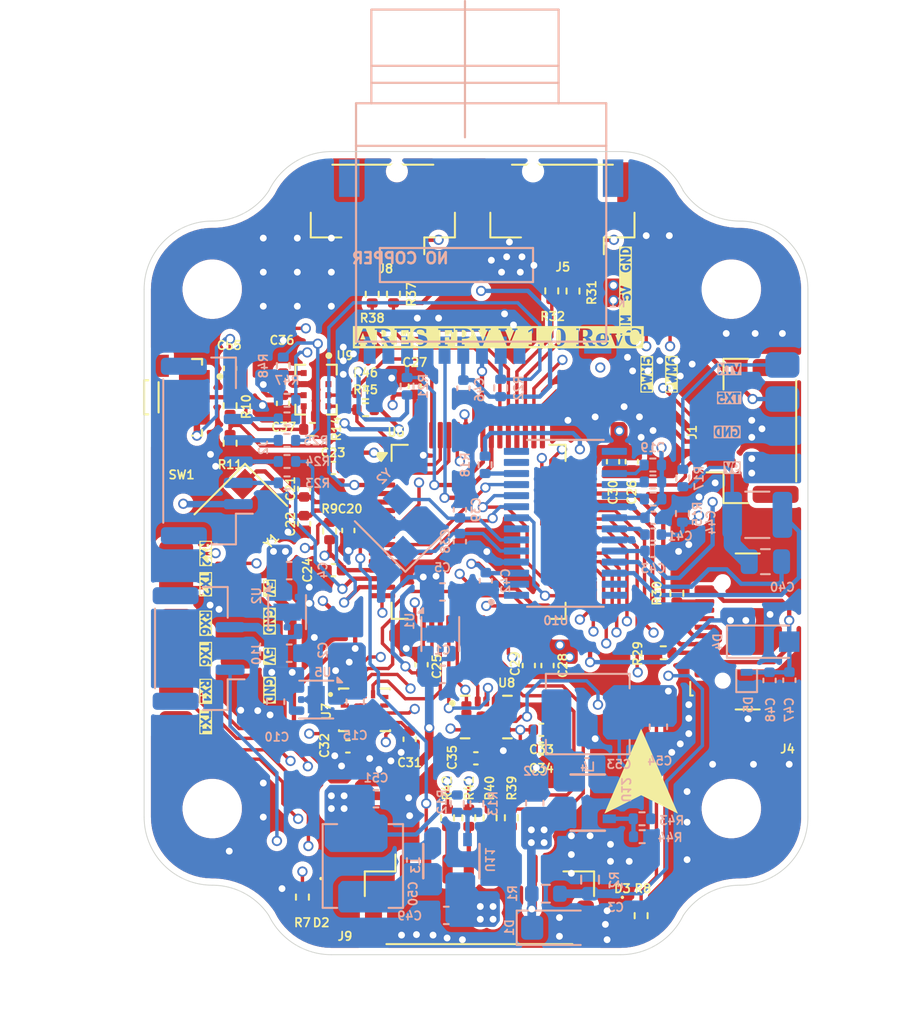
<source format=kicad_pcb>
(kicad_pcb (version 20241229) (generator "pcbnew") (generator_version "9.0")
  (layers (0 "F.Cu" signal) (4 "In1.Cu" signal) (6 "In2.Cu" signal) (8 "In3.Cu" signal) (10 "In4.Cu" signal) (2 "B.Cu" signal) (13 "F.Paste" user) (15 "B.Paste" user) (5 "F.SilkS" user "F.Silkscreen") (7 "B.SilkS" user "B.Silkscreen") (1 "F.Mask" user) (3 "B.Mask" user) (25 "Edge.Cuts" user))
  (net 0 "")
  (net 1 "BATT_VOLTAGE_SENS")
  (net 2 "GND")
  (net 3 "VDD_5V_OUT")
  (net 4 "VDD_9V_OUT")
  (net 5 "VDD_3V3_MCU")
  (net 6 "VDD_3V3_SD")
  (net 7 "VDD_3V3_SENS")
  (net 8 "VDD_IN_24V")
  (net 9 "Net-(U11-SW)")
  (net 10 "Net-(U11-CB)")
  (net 11 "Net-(U12-SW)")
  (net 12 "Net-(U12-CB)")
  (net 13 "Net-(U11-FB)")
  (net 14 "Net-(U12-FB)")
  (net 15 "NRST")
  (net 16 "/MCU/OSC_IN+")
  (net 17 "/MCU/OSC_OUT-")
  (net 18 "Net-(D2-A)")
  (net 19 "Net-(D3-A)")
  (net 20 "SWDIO")
  (net 21 "SWCLK")
  (net 22 "Net-(U6-BOOT0)")
  (net 23 "Net-(U9-VDD)")
  (net 24 "/OSD/CLKIN")
  (net 25 "/OSD/XFB")
  (net 26 "/OSD/SAG")
  (net 27 "Net-(U10-SAG)")
  (net 28 "Net-(U10-VIN)")
  (net 29 "CAM_IN")
  (net 30 "Net-(U10-VOUT)")
  (net 31 "SPI3_MISO")
  (net 32 "SD_CARD_CS")
  (net 34 "SPI3_SCK")
  (net 35 "SPI3_MOSI")
  (net 39 "DPS310_INT1_DRDY")
  (net 40 "Net-(U10-~{RESET})")
  (net 41 "VTX")
  (net 42 "Net-(U10-LOS)")
  (net 43 "Net-(U10-~{VSYNC})")
  (net 44 "Net-(U10-~{HSYNC})")
  (net 45 "UART4_RX")
  (net 46 "I2C2_SDA")
  (net 47 "USB_DP+")
  (net 48 "ICM42688_CS")
  (net 49 "OSD_CS")
  (net 50 "USART1_TX")
  (net 51 "SPI1_SCK")
  (net 52 "USB_DM-")
  (net 53 "I2C2_SCL")
  (net 54 "BATT_CURRENT_SENS")
  (net 55 "TIM8_CH3")
  (net 56 "BMI270_CS")
  (net 57 "USART6_RX")
  (net 58 "SPI1_MOSI")
  (net 59 "TIM6_CH2")
  (net 60 "RSSI_ADC")
  (net 61 "USART3_TX")
  (net 62 "GPIO_Output")
  (net 63 "BMI270_INT2_DRDY")
  (net 64 "BMI270_INT1_DRDY")
  (net 65 "USART3_RX")
  (net 66 "USART6_TX")
  (net 67 "USART2_RX")
  (net 68 "TIM3_CH3")
  (net 69 "SPI1_MISO")
  (net 70 "TIM3_CH4")
  (net 71 "UART5_RX")
  (net 72 "I2C1_SCL")
  (net 73 "TIM8_CH4")
  (net 74 "SPI2_SCK")
  (net 75 "TIM6_CH1")
  (net 76 "I2C1_SDA")
  (net 77 "USART2_TX")
  (net 78 "UART4_TX")
  (net 79 "ICM42688_INT1_DRDY")
  (net 80 "UART5_TX")
  (net 81 "USART1_RX")
  (net 88 "ICM42688_INT2_FIFO")
  (net 92 "SPI2_MOSI")
  (net 98 "SPI2_MISO")
  (net 102 "Net-(J2-Pin_4)")
  (net 103 "Net-(J2-Pin_5)")
  (net 104 "Net-(J2-Pin_2)")
  (net 105 "Net-(J2-Pin_3)")
  (net 106 "Net-(J5-Pin_3)")
  (net 107 "Net-(J5-Pin_2)")
  (net 108 "Net-(J8-Pin_3)")
  (net 109 "Net-(D4-A)")
  (net 110 "Net-(J4-CC1)")
  (net 113 "Net-(J4-CC2)")
  (net 114 "Net-(J8-Pin_2)")
  (net 116 "Net-(J9-Pin_3)")
  (net 117 "Net-(J9-Pin_6)")
  (net 118 "Net-(J9-Pin_5)")
  (net 119 "Net-(J9-Pin_4)")
  (net 120 "Net-(C55-Pad2)")
  (footprint "Capacitor_SMD:C_0402_1005Metric" (layer "F.Cu") (at 91.4 61.78 -90)
    (property "Reference" "C22")
    (property "Value" "8pF" (hide yes))
  )
  (footprint "Resistor_SMD:R_0402_1005Metric" (layer "F.Cu") (at 107.197627 48.110016 -90)
    (property "Reference" "R31")
    (property "Value" "220R" (hide yes))
  )
  (footprint "Connector_JST:JST_GH_SM04B-GHS-TB_1x04-1MP_P1.25mm_Horizontal" (layer "F.Cu") (at 117.75 56.325 90)
    (property "Reference" "J1")
    (property "Value" "ST-Link Conn" (hide yes))
  )
  (footprint "Capacitor_SMD:C_0402_1005Metric" (layer "F.Cu") (at 105.345 73.875 180)
    (property "Reference" "C33")
    (property "Value" "100nF" (hide yes))
  )
  (footprint "LED_SMD:LED_0402_1005Metric" (layer "F.Cu") (at 110.1 84.805 -90)
    (property "Reference" "D3")
    (property "Value" "LED" (hide yes))
  )
  (footprint "LED_SMD:LED_0402_1005Metric" (layer "F.Cu") (at 92.39 83.7 -90)
    (property "Reference" "D2")
    (property "Value" "LED" (hide yes))
  )
  (footprint "Capacitor_SMD:C_0402_1005Metric" (layer "F.Cu") (at 98.3 70.05 90)
    (property "Reference" "C25")
    (property "Value" "100nF" (hide yes))
  )
  (footprint "Package_QFP:LQFP-64_10x10mm_P0.5mm" (layer "F.Cu") (at 101.65 62.25)
    (property "Reference" "U6")
    (property "Value" "STM32F405RGTx" (hide yes))
  )
  (footprint "" (layer "F.Cu") (at 83.880453 71.526903)
    (property "Reference" "")
    (property "Value" "")
  )
  (footprint "LOGO" (layer "F.Cu") (at 111.2 76.3)
    (property "Reference" "G***" (hide yes))
    (property "Value" "LOGO" (hide yes))
  )
  (footprint "" (layer "F.Cu") (at 119.5 58.45)
    (property "Reference" "")
    (property "Value" "")
  )
  (footprint "Resistor_SMD:R_0402_1005Metric" (layer "F.Cu") (at 95.01 55.075)
    (property "Reference" "R45")
    (property "Value" "4.7K" (hide yes))
  )
  (footprint "DPS310:XDCR_DPS310" (layer "F.Cu") (at 92.1 53.9 -90)
    (property "Reference" "U9")
    (property "Value" "DPS310" (hide yes))
  )
  (footprint "" (layer "F.Cu") (at 87.5 67.526903)
    (property "Reference" "")
    (property "Value" "")
  )
  (footprint "MountingHole:MountingHole_3.2mm_M3_DIN965" (layer "F.Cu") (at 116.5 78.5)
    (property "Reference" "H4" (hide yes))
    (property "Value" "MountingHole_Pad" (hide yes))
  )
  (footprint "" (layer "F.Cu") (at 111.5 46.4 -90)
    (property "Reference" "")
    (property "Value" "")
  )
  (footprint "Capacitor_SMD:C_0402_1005Metric" (layer "F.Cu") (at 93.97 74.85 180)
    (property "Reference" "C32")
    (property "Value" "100nF" (hide yes))
  )
  (footprint "Capacitor_SMD:C_0402_1005Metric" (layer "F.Cu") (at 90.1625 52.45 90)
    (property "Reference" "C36")
    (property "Value" "100nF" (hide yes))
  )
  (footprint "Capacitor_SMD:C_0402_1005Metric" (layer "F.Cu") (at 93.12 58.5 180)
    (property "Reference" "C23")
    (property "Value" "100nF" (hide yes))
  )
  (footprint "Resistor_SMD:R_0402_1005Metric" (layer "F.Cu") (at 105.95 48.1 -90)
    (property "Reference" "R32")
    (property "Value" "220R" (hide yes))
  )
  (footprint "" (layer "F.Cu") (at 112.9 46.4 -90)
    (property "Reference" "")
    (property "Value" "")
  )
  (footprint "Resistor_SMD:R_0402_1005Metric" (layer "F.Cu") (at 91.3 83.7 -90)
    (property "Reference" "R7")
    (property "Value" "220" (hide yes))
  )
  (footprint "Resistor_SMD:R_0402_1005Metric" (layer "F.Cu") (at 102.32621 79.040392 -90)
    (property "Reference" "R40")
    (property "Value" "100R" (hide yes))
  )
  (footprint "" (layer "F.Cu") (at 111.5 48.2 -90)
    (property "Reference" "")
    (property "Value" "")
  )
  (footprint "Resistor_SMD:R_0402_1005Metric" (layer "F.Cu") (at 87.05 54.845 -90)
    (property "Reference" "R10")
    (property "Value" "220R" (hide yes))
  )
  (footprint "Resistor_SMD:R_0402_1005Metric" (layer "F.Cu") (at 112.5 69.35 180)
    (property "Reference" "R29")
    (property "Value" "5.1k" (hide yes))
  )
  (footprint "Resistor_SMD:R_0402_1005Metric" (layer "F.Cu") (at 103.575 79.04 -90)
    (property "Reference" "R39")
    (property "Value" "100R" (hide yes))
  )
  (footprint "" (layer "F.Cu") (at 83.880453 65.526903)
    (property "Reference" "")
    (property "Value" "")
  )
  (footprint "" (layer "F.Cu") (at 83.880453 63.526903)
    (property "Reference" "")
    (property "Value" "")
  )
  (footprint "Capacitor_SMD:C_0402_1005Metric" (layer "F.Cu") (at 104.6 70.1 -90)
    (property "Reference" "C29")
    (property "Value" "2.2uF" (hide yes))
  )
  (footprint "Resistor_SMD:R_0402_1005Metric" (layer "F.Cu") (at 99.82621 79.041437 -90)
    (property "Reference" "R42")
    (property "Value" "100R" (hide yes))
  )
  (footprint "" (layer "F.Cu") (at 83.880453 69.526903)
    (property "Reference" "")
    (property "Value" "")
  )
  (footprint "Capacitor_SMD:C_0402_1005Metric" (layer "F.Cu") (at 97.9 53.7 90)
    (property "Reference" "C27")
    (property "Value" "100nF" (hide yes))
  )
  (footprint "MountingHole:MountingHole_3.2mm_M3_DIN965" (layer "F.Cu") (at 116.5 48)
    (property "Reference" "H3" (hide yes))
    (property "Value" "MountingHole_Pad" (hide yes))
  )
  (footprint "BMI270:XDCR_BMI270" (layer "F.Cu") (at 94.95 72.7)
    (property "Reference" "U7")
    (property "Value" "BMI270" (hide yes))
  )
  (footprint "" (layer "F.Cu") (at 119.5 52.45)
    (property "Reference" "")
    (property "Value" "")
  )
  (footprint "Connector_USB:USB_C_Receptacle_GCT_USB4110" (layer "F.Cu") (at 118.6 68.1 90)
    (property "Reference" "J4")
    (property "Value" "USB_C_Receptacle_USB2.0_16P" (hide yes))
  )
  (footprint "" (layer "F.Cu") (at 87.5 69.526903)
    (property "Reference" "")
    (property "Value" "")
  )
  (footprint "MountingHole:MountingHole_3.2mm_M3_DIN965" (layer "F.Cu") (at 86 78.5)
    (property "Reference" "H2" (hide yes))
    (property "Value" "MountingHole_Pad" (hide yes))
  )
  (footprint "Resistor_SMD:R_0402_1005Metric" (layer "F.Cu") (at 95.4 48.3 -90)
    (property "Reference" "R38")
    (property "Value" "220R" (hide yes))
  )
  (footprint "Capacitor_SMD:C_0402_1005Metric" (layer "F.Cu") (at 101.49 75.55 180)
    (property "Reference" "C35")
    (property "Value" "10nF" (hide yes))
  )
  (footprint "Capacitor_SMD:C_0402_1005Metric" (layer "F.Cu") (at 105.7 70.1 -90)
    (property "Reference" "C28")
    (property "Value" "100nF" (hide yes))
  )
  (footprint "Resistor_SMD:R_0402_1005Metric" (layer "F.Cu") (at 91.885704 56.233732)
    (property "Reference" "R14")
    (property "Value" "10k" (hide yes))
  )
  (footprint "" (layer "F.Cu") (at 87.5 65.526903)
    (property "Reference" "")
    (property "Value" "")
  )
  (footprint "ICM-42688-P:PQFN50P300X250X97-14N" (layer "F.Cu") (at 102.1 73.125)
    (property "Reference" "U8")
    (property "Value" "ICM-42688-P" (hide yes))
  )
  (footprint "Resistor_SMD:R_0402_1005Metric" (layer "F.Cu") (at 111.2 84.79 -90)
    (property "Reference" "R8")
    (property "Value" "220" (hide yes))
  )
  (footprint "Resistor_SMD:R_0402_1005Metric" (layer "F.Cu") (at 87.05 57.045 90)
    (property "Reference" "R11")
    (property "Value" "10k" (hide yes))
  )
  (footprint "Resistor_SMD:R_0402_1005Metric" (layer "F.Cu") (at 92.9 62.2 90)
    (property "Reference" "R9")
    (property "Value" "10k" (hide yes))
  )
  (footprint "Connector_JST:JST_GH_SM04B-GHS-TB_1x04-1MP_P1.25mm_Horizontal" (layer "F.Cu") (at 106.575 43.25 180)
    (property "Reference" "J5")
    (property "Value" "UART5" (hide yes))
  )
  (footprint "Capacitor_SMD:C_0402_1005Metric" (layer "F.Cu") (at 110.65 58.13 -90)
    (property "Reference" "C26")
    (property "Value" "100nF" (hide yes))
  )
  (footprint "Resistor_SMD:R_0402_1005Metric" (layer "F.Cu") (at 96.649198 48.294095 -90)
    (property "Reference" "R37")
    (property "Value" "220R" (hide yes))
  )
  (footprint "Capacitor_SMD:C_0402_1005Metric" (layer "F.Cu") (at 87.05 52.65 -90)
    (property "Reference" "C55")
    (property "Value" "100nF" (hide yes))
  )
  (footprint "" (layer "F.Cu") (at 111.5 50 -90)
    (property "Reference" "")
    (property "Value" "")
  )
  (footprint "" (layer "F.Cu") (at 83.880453 73.526903)
    (property "Reference" "")
    (property "Value" "")
  )
  (footprint "" (layer "F.Cu") (at 119.5 56.45)
    (property "Reference" "")
    (property "Value" "")
  )
  (footprint "Crystal:Crystal_SMD_SeikoEpson_FA238V-4Pin_3.2x2.5mm" (layer "F.Cu") (at 87.67972 60.976777 -135)
    (property "Reference" "Y1")
    (property "Value" "8MHz" (hide yes))
  )
  (footprint "MountingHole:MountingHole_3.2mm_M3_DIN965" (layer "F.Cu") (at 86 48)
    (property "Reference" "H1" (hide yes))
    (property "Value" "MountingHole_Pad" (hide yes))
  )
  (footprint "Capacitor_SMD:C_0402_1005Metric" (layer "F.Cu") (at 93.12 64.5 180)
    (property "Reference" "C24")
    (property "Value" "100nF" (hide yes))
  )
  (footprint "Resistor_SMD:R_0402_1005Metric" (layer "F.Cu") (at 101.075 79.04 -90)
    (property "Reference" "R41")
    (property "Value" "100R" (hide yes))
  )
  (footprint "Capacitor_SMD:C_0402_1005Metric" (layer "F.Cu") (at 97.6 74.43 -90)
    (property "Reference" "C31")
    (property "Value" "100nF" (hide yes))
  )
  (footprint "Resistor_SMD:R_0402_1005Metric" (layer "F.Cu") (at 95.01 54.075)
    (property "Reference" "R46")
    (property "Value" "4.7K" (hide yes))
  )
  (footprint "" (layer "F.Cu") (at 119.5 54.45)
    (property "Reference" "")
    (property "Value" "")
  )
  (footprint "Connector_JST:JST_GH_SM08B-GHS-TB_1x08-1MP_P1.25mm_Horizontal" (layer "F.Cu") (at 101.7 83.9)
    (property "Reference" "J9")
    (property "Value" "PWM" (hide yes))
  )
  (footprint "" (layer "F.Cu") (at 112.9 50 -90)
    (property "Reference" "")
    (property "Value" "")
  )
  (footprint "Capacitor_SMD:C_0402_1005Metric" (layer "F.Cu") (at 109.55 58.13 -90)
    (property "Reference" "C30")
    (property "Value" "2.2uF" (hide yes))
  )
  (footprint "Resistor_SMD:R_0402_1005Metric" (layer "F.Cu") (at 113.3 65.86 90)
    (property "Reference" "R30")
    (property "Value" "5.1k" (hide yes))
  )
  (footprint "Capacitor_SMD:C_0402_1005Metric" (layer "F.Cu") (at 91.4 59.72 90)
    (property "Reference" "C21")
    (property "Value" "8pF" (hide yes))
  )
  (footprint "" (layer "F.Cu") (at 87.5 71.526903)
    (property "Reference" "")
    (property "Value" "")
  )
  (footprint "Connector_JST:JST_GH_SM04B-GHS-TB_1x04-1MP_P1.25mm_Horizontal" (layer "F.Cu") (at 96.025 43.25 180)
    (property "Reference" "J8")
    (property "Value" "USART6" (hide yes))
  )
  (footprint "" (layer "F.Cu") (at 112.9 48.2 -90)
    (property "Reference" "")
    (property "Value" "")
  )
  (footprint "" (layer "F.Cu") (at 83.880453 67.526903)
    (property "Reference" "")
    (property "Value" "")
  )
  (footprint "TL3340AF160QG:SW_TL3340AF160QG" (layer "F.Cu") (at 84.05 54.35 -90)
    (property "Reference" "SW1")
    (property "Value" "BOOT" (hide yes))
  )
  (footprint "Capacitor_SMD:C_0402_1005Metric" (layer "F.Cu") (at 90.159062 54.707685 -90)
    (property "Reference" "C37")
    (property "Value" "100nF" (hide yes))
  )
  (footprint "Capacitor_SMD:C_0402_1005Metric" (layer "F.Cu") (at 93.995706 62.171735 90)
    (property "Reference" "C20")
    (property "Value" "100nF" (hide yes))
  )
  (footprint "Capacitor_SMD:C_0402_1005Metric" (layer "F.Cu") (at 105.334644 74.97903 180)
    (property "Reference" "C34")
    (property "Value" "2.2uF" (hide yes))
  )
  (footprint "Resistor_SMD:R_0402_1005Metric" (layer "B.Cu") (at 90.4 54.525 180)
    (property "Reference" "R47")
    (property "Value" "4.7K" (hide yes))
  )
  (footprint "Capacitor_SMD:C_0402_1005Metric" (layer "B.Cu") (at 97.800001 81.5227 90)
    (property "Reference" "C50")
    (property "Value" "100nF" (hide yes))
  )
  (footprint "Capacitor_SMD:C_0603_1608Metric" (layer "B.Cu") (at 104.95 78.175 -90)
    (property "Reference" "C52")
    (property "Value" "2.2uF" (hide yes))
  )
  (footprint "footprints:SOT-23-6-DBV_TEX-L" (layer "B.Cu") (at 100.050001 81.58635 -90)
    (property "Reference" "U11")
    (property "Value" "LMR54410FDBVR" (hide yes))
  )
  (footprint "Package_SON:WSON-6-1EP_2x2mm_P0.65mm_EP1x1.6mm_ThermalVias" (layer "B.Cu") (at 99.4 68.25 -90)
    (property "Reference" "U1")
    (property "Value" "TLV76733DRVx" (hide yes))
  )
  (footprint "Resistor_SMD:R_0402_1005Metric" (layer "B.Cu") (at 101.55 78.2127 90)
    (property "Reference" "R13")
    (property "Value" "22.1k" (hide yes))
  )
  (footprint "Resistor_SMD:R_0402_1005Metric" (layer "B.Cu") (at 111.9033 60.325)
    (property "Reference" "R16" (hide yes))
    (property "Value" "100k" (hide yes))
  )
  (footprint "Resistor_SMD:R_0402_1005Metric" (layer "B.Cu") (at 102.032054 58.31417 -90)
    (property "Reference" "R18")
    (property "Value" "1k")
  )
  (footprint "Resistor_SMD:R_0402_1005Metric" (layer "B.Cu") (at 111.886541 58.325 180)
    (property "Reference" "R19")
    (property "Value" "1k" (hide yes))
  )
  (footprint "Capacitor_SMD:C_0402_1005Metric" (layer "B.Cu") (at 100.757498 53.820976 90)
    (property "Reference" "C46")
    (property "Value" "100nF" (hide yes))
  )
  (footprint "Capacitor_SMD:C_0402_1005Metric" (layer "B.Cu") (at 100.55 62.83 -90)
    (property "Reference" "C38")
    (property "Value" "22pF" (hide yes))
  )
  (footprint "Capacitor_SMD:C_0402_1005Metric" (layer "B.Cu") (at 111.906444 61.423555 180)
    (property "Reference" "C45" (hide yes))
    (property "Value" "100nF" (hide yes))
  )
  (footprint "Capacitor_SMD:C_0402_1005Metric" (layer "B.Cu") (at 111.903662 63.369133)
    (property "Reference" "C43")
    (property "Value" "100nF" (hide yes))
  )
  (footprint "footprints:SOT-23-6-DBV_TEX-L" (layer "B.Cu") (at 108.06365 78.15 180)
    (property "Reference" "U12")
    (property "Value" "LMR54410FDBVR" (hide yes))
  )
  (footprint "Package_SON:WSON-6-1EP_2x2mm_P0.65mm_EP1x1.6mm_ThermalVias" (layer "B.Cu") (at 92.1125 72.1 180)
    (property "Reference" "U5")
    (property "Value" "TLV76733DRVx" (hide yes))
  )
  (footprint "Capacitor_SMD:C_0603_1608Metric" (layer "B.Cu") (at 99.526903 70.619547 180)
    (property "Reference" "C1")
    (property "Value" "1uF" (hide yes))
  )
  (footprint "112J-TDAR-R01:112J-TDAR-R01" (layer "B.Cu") (at 96.85 41.08175)
    (property "Reference" "K1")
    (property "Value" "112J-TDAR-R01")
  )
  (footprint "Resistor_SMD:R_0402_1005Metric" (layer "B.Cu") (at 97.44729 53.7 -90)
    (property "Reference" "R21")
    (property "Value" "10k" (hide yes))
  )
  (footprint "Capacitor_SMD:C_0603_1608Metric" (layer "B.Cu") (at 94.4 72.225 90)
    (property "Reference" "C15")
    (property "Value" "1uF" (hide yes))
  )
  (footprint "Capacitor_SMD:C_0402_1005Metric" (layer "B.Cu") (at 119.910335 70.965921 -90)
    (property "Reference" "C47")
    (property "Value" "100nF" (hide yes))
  )
  (footprint "Connector_JST:JST_GH_SM03B-GHS-TB_1x03-1MP_P1.25mm_Horizontal" (layer "B.Cu") (at 85.2 69.1 90)
    (property "Reference" "J10")
    (property "Value" "CAM" (hide yes))
  )
  (footprint "Resistor_SMD:R_0402_1005Metric" (layer "B.Cu") (at 113.65 59.09 -90)
    (property "Reference" "R17")
    (property "Value" "75" (hide yes))
  )
  (footprint "Capacitor_SMD:C_0603_1608Metric" (layer "B.Cu") (at 89.725 72.225 90)
    (property "Reference" "C10")
    (property "Value" "1uF" (hide yes))
  )
  (footprint "Capacitor_SMD:C_0603_1608Metric" (layer "B.Cu") (at 90.522871 69.376478 180)
    (property "Reference" "C2")
    (property "Value" "1uF" (hide yes))
  )
  (footprint "Capacitor_SMD:C_0603_1608Metric" (layer "B.Cu") (at 99.524847 65.778097 180)
    (property "Reference" "C5")
    (property "Value" "1uF" (hide yes))
  )
  (footprint "Capacitor_SMD:C_0603_1608Metric" (layer "B.Cu") (at 90.522871 64.526478 180)
    (property "Reference" "C4")
    (property "Value" "1uF" (hide yes))
  )
  (footprint "Capacitor_SMD:C_0402_1005Metric" (layer "B.Cu") (at 100.55 60.95 90)
    (property "Reference" "C39")
    (property "Value" "22pF" (hide yes))
  )
  (footprint "Resistor_SMD:R_0603_1608Metric" (layer "B.Cu") (at 108.2 82.675 90)
    (property "Reference" "R2")
    (property "Value" "22k" (hide yes))
  )
  (footprint "Resistor_SMD:R_0402_1005Metric" (layer "B.Cu") (at 113.625 61.175 -90)
    (property "Reference" "R15")
    (property "Value" "75" (hide yes))
  )
  (footprint "Inductor_SMD:L_Sunlord_MWSA0402S" (layer "B.Cu") (at 94.850001 81.8727 90)
    (property "Reference" "L3")
    (property "Value" "15uH" (hide yes))
  )
  (footprint "Capacitor_SMD:C_0402_1005Metric" (layer "B.Cu") (at 111.90487 62.411114)
    (property "Reference" "C41")
    (property "Value" "100nF" (hide yes))
  )
  (footprint "Resistor_SMD:R_0402_1005Metric" (layer "B.Cu") (at 90.175 52.5 -90)
    (property "Reference" "R48")
    (property "Value" "4.7K" (hide yes))
  )
  (footprint "Capacitor_SMD:C_0402_1005Metric" (layer "B.Cu") (at 118.743296 70.977374 -90)
    (property "Reference" "C48")
    (property "Value" "1uF" (hide yes))
  )
  (footprint "Resistor_SMD:R_0402_1005Metric" (layer "B.Cu") (at 111.26 80.15)
    (property "Reference" "R44")
    (property "Value" "22.1k" (hide yes))
  )
  (footprint "Package_SON:WSON-6-1EP_2x2mm_P0.65mm_EP1x1.6mm_ThermalVias" (layer "B.Cu") (at 90.4 66.9625 -90)
    (property "Reference" "U2")
    (property "Value" "TLV76733DRVx" (hide yes))
  )
  (footprint "Diode_SMD:Nexperia_CFP3_SOD-123W" (layer "B.Cu") (at 118.5 68.7)
    (property "Reference" "D4")
    (property "Value" "DSS34" (hide yes))
  )
  (footprint "Diode_SMD:D_SOD-882" (layer "B.Cu") (at 117.4 70.85 90)
    (property "Reference" "D5")
    (property "Value" "PESD12VV1BL" (hide yes))
  )
  (footprint "Capacitor_SMD:C_1210_3225Metric" (layer "B.Cu") (at 118.025 61.25)
    (property "Reference" "C44")
    (property "Value" "100uF" (hide yes))
  )
  (footprint "Capacitor_SMD:C_0402_1005Metric" (layer "B.Cu") (at 109.7 83.02 90)
    (property "Reference" "C3")
    (property "Value" "100nF" (hide yes))
  )
  (footprint "Capacitor_SMD:C_0402_1005Metric" (layer "B.Cu") (at 102.073723 65.125 90)
    (property "Reference" "C42")
    (property "Value" "100nF" (hide yes))
  )
  (footprint "Resistor_SMD:R_0402_1005Metric" (layer "B.Cu") (at 90.39325 55.617681)
    (property "Reference" "R26" (hide yes))
    (property "Value" "220R" (hide yes))
  )
  (footprint "Resistor_SMD:R_0402_1005Metric" (layer "B.Cu") (at 111.25 79.1 180)
    (property "Reference" "R43")
    (property "Value" "226k" (hide yes))
  )
  (footprint "Capacitor_SMD:C_0603_1608Metric" (layer "B.Cu") (at 112.21365 73.7 90)
    (property "Reference" "C54")
    (property "Value" "2.2uF" (hide yes))
  )
  (footprint "Connector_JST:JST_GH_SM06B-GHS-TB_1x06-1MP_P1.25mm_Horizontal" (layer "B.Cu") (at 85.68325 57.5 90)
    (property "Reference" "J2")
    (property "Value" "UART_I2C_GPS" (hide yes))
  )
  (footprint "Resistor_SMD:R_0402_1005Metric" (layer "B.Cu") (at 102.947919 53.799872 -90)
    (property "Reference" "R22")
    (property "Value" "10k" (hide yes))
  )
  (footprint "Resistor_SMD:R_0603_1608Metric" (layer "B.Cu") (at 105.6 83.5)
    (property "Reference" "R1")
    (property "Value" "200k" (hide yes))
  )
  (footprint "MAX7456EUI_:SOP65P637X110-28N" (layer "B.Cu") (at 106.75 61.75)
    (property "Reference" "U10")
    (property "Value" "MAX7456EUI_" (hide yes))
  )
  (footprint "Diode_SMD:D_SMF" (layer "B.Cu") (at 106.25 85.5)
    (property "Reference" "D1")
    (property "Value" "SMF30A" (hide yes))
  )
  (footprint "Resistor_SMD:R_0402_1005Metric" (layer "B.Cu") (at 90.39325 56.875)
    (property "Reference" "R25")
    (property "Value" "220R" (hide yes))
  )
  (footprint "Resistor_SMD:R_0402_1005Metric" (layer "B.Cu") (at 90.39325 58.117351)
    (property "Reference" "R24")
    (property "Value" "220R" (hide yes))
  )
  (footprint "Resistor_SMD:R_0402_1005Metric" (layer "B.Cu") (at 90.39325 59.375)
    (property "Reference" "R23")
    (property "Value" "220R" (hide yes))
  )
  (footprint "Capacitor_SMD:C_0603_1608Metric" (layer "B.Cu") (at 95.625001 77.9227 180)
    (property "Reference" "C51")
    (property "Value" "2.2uF" (hide yes))
  )
  (footprint "Resistor_SMD:R_0402_1005Metric" (layer "B.Cu") (at 111.894251 59.319394)
    (property "Reference" "R20" (hide yes))
    (property "Value" "1k" (hide yes))
  )
  (footprint "Capacitor_SMD:C_0603_1608Metric" (layer "B.Cu") (at 99.750001 84.7727)
    (property "Reference" "C49")
    (property "Value" "2.2uF" (hide yes))
  )
  (footprint "Resistor_SMD:R_0402_1005Metric" (layer "B.Cu") (at 100.400001 78.2127 -90)
    (property "Reference" "R12")
    (property "Value" "118k" (hide yes))
  )
  (footprint "Inductor_SMD:L_Sunlord_MWSA0402S" (layer "B.Cu") (at 108.06365 72.95)
    (property "Reference" "L4")
    (property "Value" "15uH" (hide yes))
  )
  (footprint "Capacitor_SMD:C_0805_2012Metric" (layer "B.Cu") (at 118.5 64 180)
    (property "Reference" "C40")
    (property "Value" "22uF" (hide yes))
  )
  (footprint "Capacitor_SMD:C_0402_1005Metric" (layer "B.Cu") (at 108.01365 75.9)
    (property "Reference" "C53")
    (property "Value" "100nF" (hide yes))
  )
  (footprint "Crystal:Crystal_SMD_SeikoEpson_FA238V-4Pin_3.2x2.5mm" (layer "B.Cu") (at 97.101777 61.873223 135)
    (property "Reference" "Y2")
    (property "Value" "27MHz" (hide yes))
  )
  (gr_line (start 81.999999 79) (end 82 48) (stroke (width 0.05)) (layer "Edge.Cuts"))
  (gr_arc (start 117 44) (mid 119.828427 45.171573) (end 121 48) (stroke (width 0.05)) (layer "Edge.Cuts"))
  (gr_arc (start 85.999999 83.000002) (mid 87.88743 83.473304) (end 89.3282 84.781201) (stroke (width 0.05)) (layer "Edge.Cuts"))
  (gr_line (start 110 39.918973) (end 93 39.918973) (stroke (width 0.05)) (layer "Edge.Cuts"))
  (gr_arc (start 89.328201 42.218801) (mid 87.887432 43.526698) (end 86 44) (stroke (width 0.05)) (layer "Edge.Cuts"))
  (gr_arc (start 120.999999 79.000002) (mid 119.828426 81.828429) (end 116.999999 83.000002) (stroke (width 0.05)) (layer "Edge.Cuts"))
  (gr_arc (start 82 48) (mid 83.171573 45.171573) (end 86 44) (stroke (width 0.05)) (layer "Edge.Cuts"))
  (gr_arc (start 89.328201 42.218799) (mid 90.833707 40.541394) (end 93 39.918973) (stroke (width 0.05)) (layer "Edge.Cuts"))
  (gr_arc (start 117 44) (mid 115.112569 43.526698) (end 113.671799 42.218801) (stroke (width 0.05)) (layer "Edge.Cuts"))
  (gr_line (start 121 48) (end 120.999998 79.000002) (stroke (width 0.05)) (layer "Edge.Cuts"))
  (gr_arc (start 113.671798 84.781203) (mid 112.166292 86.458608) (end 109.999999 87.081029) (stroke (width 0.05)) (layer "Edge.Cuts"))
  (gr_arc (start 85.999999 83.000002) (mid 83.171572 81.828429) (end 81.999999 79.000002) (stroke (width 0.05)) (layer "Edge.Cuts"))
  (gr_arc (start 113.671798 84.781201) (mid 115.112567 83.473304) (end 116.999999 83.000002) (stroke (width 0.05)) (layer "Edge.Cuts"))
  (gr_line (start 92.999999 87.081029) (end 109.999999 87.081029) (stroke (width 0.05)) (layer "Edge.Cuts"))
  (gr_arc (start 92.999999 87.081029) (mid 90.833706 86.458608) (end 89.3282 84.781203) (stroke (width 0.05)) (layer "Edge.Cuts"))
  (gr_arc (start 110 39.918973) (mid 112.166293 40.541394) (end 113.671799 42.218799) (stroke (width 0.05)) (layer "Edge.Cuts"))
  (gr_text "GND" (at 89.05 66.65 270) (layer "F.SilkS" knockout) (effects (font (size 0.5 0.5) (thickness 0.125) (bold yes)) (justify left bottom)))
  (gr_text "RX6" (at 85.3 66.8 270) (layer "F.SilkS" knockout) (effects (font (size 0.5 0.5) (thickness 0.125) (bold yes)) (justify left bottom)))
  (gr_text "RX2" (at 85.3 62.7 270) (layer "F.SilkS" knockout) (effects (font (size 0.5 0.5) (thickness 0.125) (bold yes)) (justify left bottom)))
  (gr_text "5V" (at 89.05 69 270) (layer "F.SilkS" knockout) (effects (font (size 0.5 0.5) (thickness 0.125) (bold yes)) (justify left bottom)))
  (gr_text "TX2" (at 85.3 64.6 270) (layer "F.SilkS" knockout) (effects (font (size 0.5 0.5) (thickness 0.125) (bold yes)) (justify left bottom)))
  (gr_text "RX1" (at 85.3 70.8 270) (layer "F.SilkS" knockout) (effects (font (size 0.5 0.5) (thickness 0.125) (bold yes)) (justify left bottom)))
  (gr_text "TX1" (at 85.3 72.7 270) (layer "F.SilkS" knockout) (effects (font (size 0.5 0.5) (thickness 0.125) (bold yes)) (justify left bottom)))
  (gr_text "GND" (at 89.05 70.7 270) (layer "F.SilkS" knockout) (effects (font (size 0.5 0.5) (thickness 0.125) (bold yes)) (justify left bottom)))
  (gr_text "PWM6" (at 113.3 54.15 90) (layer "F.SilkS" knockout) (effects (font (size 0.5 0.5) (thickness 0.125) (bold yes)) (justify left bottom)))
  (gr_text "TIM  5V  GND" (at 110.6 50.75 90) (layer "F.SilkS" knockout) (effects (font (size 0.5 0.5) (thickness 0.125) (bold yes)) (justify left bottom)))
  (gr_text "PWM5" (at 111.85 54.15 90) (layer "F.SilkS" knockout) (effects (font (size 0.5 0.5) (thickness 0.125) (bold yes)) (justify left bottom)))
  (gr_text "ARES FPV V 1.0 RevC" (at 94.4 51.5 0) (layer "F.SilkS" knockout) (effects (font (size 1 1) (thickness 0.25) (bold yes)) (justify left bottom)))
  (gr_text "5V" (at 89.05 65 270) (layer "F.SilkS" knockout) (effects (font (size 0.5 0.5) (thickness 0.125) (bold yes)) (justify left bottom)))
  (gr_text "TX6" (at 85.3 68.7 270) (layer "F.SilkS" knockout) (effects (font (size 0.5 0.5) (thickness 0.125) (bold yes)) (justify left bottom)))
  (gr_text "GND" (at 117.1 56.7 0) (layer "B.SilkS" knockout) (effects (font (size 0.5 0.5) (thickness 0.125) (bold yes)) (justify left bottom mirror)))
  (gr_text "VTX" (at 117.1 53 0) (layer "B.SilkS" knockout) (effects (font (size 0.5 0.5) (thickness 0.125) (bold yes)) (justify left bottom mirror)))
  (gr_text "9V" (at 117.1 58.8 0) (layer "B.SilkS" knockout) (effects (font (size 0.5 0.5) (thickness 0.125) (bold yes)) (justify left bottom mirror)))
  (gr_text "TX5" (at 117.1 54.7 0) (layer "B.SilkS" knockout) (effects (font (size 0.5 0.5) (thickness 0.125) (bold yes)) (justify left bottom mirror)))
  (segment (start 98.15 60.633824) (end 98.15 59.356) (width 0.2) (layer "F.Cu") (net 1))
  (segment (start 96.783824 62) (end 98.15 60.633824) (width 0.2) (layer "F.Cu") (net 1))
  (segment (start 95.975 62) (end 96.783824 62) (width 0.2) (layer "F.Cu") (net 1))
  (via (at 112.8 70.7) (size 0.6) (drill 0.4) (layers "F.Cu" "B.Cu") (net 1))
  (via (at 98.15 59.356) (size 0.6) (drill 0.4) (layers "F.Cu" "B.Cu") (net 1))
  (segment (start 114.8 71.5) (end 114.8 74.803186) (width 0.2) (layer "B.Cu") (net 1))
  (segment (start 112.7 82) (end 111.2 83.5) (width 0.2) (layer "B.Cu") (net 1))
  (segment (start 112.7 76.903186) (end 112.7 82) (width 0.2) (layer "B.Cu") (net 1))
  (segment (start 106.479764 83.5) (end 108.2 83.5) (width 0.508) (layer "B.Cu") (net 1))
  (segment (start 114.8 74.803186) (end 112.7 76.903186) (width 0.2) (layer "B.Cu") (net 1))
  (segment (start 108.2 83.5) (end 109.7 83.5) (width 0.508) (layer "B.Cu") (net 1))
  (segment (start 114 70.7) (end 114.8 71.5) (width 0.2) (layer "B.Cu") (net 1))
  (segment (start 112.8 70.7) (end 114 70.7) (width 0.2) (layer "B.Cu") (net 1))
  (segment (start 111.2 83.5) (end 109.7 83.5) (width 0.2) (layer "B.Cu") (net 1))
  (segment (start 99.45 64) (end 95.975 64) (width 0.254) (layer "F.Cu") (net 2))
  (segment (start 96.545 53.22) (end 97.9 53.22) (width 0.2) (layer "F.Cu") (net 2))
  (segment (start 105.85 75.7) (end 105.85 72.9) (width 0.2) (layer "F.Cu") (net 2))
  (segment (start 91.089003 62.260997) (end 91.09 62.26) (width 0.2) (layer "F.Cu") (net 2))
  (segment (start 93.995706 63.345706) (end 94 63.35) (width 0.254) (layer "F.Cu") (net 2))
  (segment (start 100.400735 63.049265) (end 99.45 64) (width 0.254) (layer "F.Cu") (net 2))
  (segment (start 90.45054 62.260997) (end 91.089003 62.260997) (width 0.2) (layer "F.Cu") (net 2))
  (segment (start 93.995706 62.651735) (end 93.995706 63.345706) (width 0.254) (layer "F.Cu") (net 2))
  (segment (start 98.4 56.575) (end 98.4 57.75) (width 0.2) (layer "F.Cu") (net 2))
  (segment (start 105.85 72.9) (end 105.325 72.375) (width 0.2) (layer "F.Cu") (net 2))
  (segment (start 98.4 69.47) (end 98.3 69.57) (width 0.2) (layer "F.Cu") (net 2))
  (segment (start 98.4 67.925) (end 98.4 69.47) (width 0.2) (layer "F.Cu") (net 2))
  (segment (start 105.45 76.1) (end 105.85 75.7) (width 0.2) (layer "F.Cu") (net 2))
  (segment (start 105.325 72.375) (end 103.265 72.375) (width 0.2) (layer "F.Cu") (net 2))
  (segment (start 105.05 76.1) (end 105.45 76.1) (width 0.2) (layer "F.Cu") (net 2))
  (segment (start 102.132978 63.410796) (end 101.771447 63.049265) (width 0.254) (layer "F.Cu") (net 2))
  (segment (start 101.771447 63.049265) (end 100.400735 63.049265) (width 0.254) (layer "F.Cu") (net 2))
  (segment (start 91.09 62.26) (end 91.4 62.26) (width 0.2) (layer "F.Cu") (net 2))
  (via (at 91.7 66.45) (size 0.6) (drill 0.4) (layers "F.Cu" "B.Cu") (net 2))
  (via (at 117.475 73.225) (size 0.6) (drill 0.4) (layers "F.Cu" "B.Cu") (net 2))
  (via (at 91 45) (size 0.6) (drill 0.4) (layers "F.Cu" "B.Cu") (net 2))
  (via (at 100.7 86.2) (size 0.6) (drill 0.4) (layers "F.Cu" "B.Cu") (net 2))
  (via (at 113.9 77.5) (size 0.6) (drill 0.4) (layers "F.Cu" "B.Cu") (net 2))
  (via (at 93.7 51.4) (size 0.6) (drill 0.4) (layers "F.Cu" "B.Cu") (net 2))
  (via (at 109.4 81.6) (size 0.6) (drill 0.4) (layers "F.Cu" "B.Cu") (net 2))
  (via (at 96.5 75.7) (size 0.6) (drill 0.4) (layers "F.Cu" "B.Cu") (net 2))
  (via (at 85.875 66.55) (size 0.6) (drill 0.4) (layers "F.Cu" "B.Cu") (net 2))
  (via (at 110.4 52) (size 0.6) (drill 0.4) (layers "F.Cu" "B.Cu") (net 2))
  (via (at 98.4 57.75) (size 0.6) (drill 0.4) (layers "F.Cu" "B.Cu") (net 2))
  (via (at 110.7 52.8) (size 0.6) (drill 0.4) (layers "F.Cu" "B.Cu") (net 2))
  (via (at 90.1 83.2) (size 0.6) (drill 0.4) (layers "F.Cu" "B.Cu") (net 2))
  (via (at 89 79) (size 0.6) (drill 0.4) (layers "F.Cu" "B.Cu") (net 2))
  (via (at 111.499359 44.856676) (size 0.6) (drill 0.4) (layers "F.Cu" "B.Cu") (net 2))
  (via (at 104.9 46.6) (size 0.6) (drill 0.4) (layers "F.Cu" "B.Cu") (net 2))
  (via (at 111.9 56.3) (size 0.6) (drill 0.4) (layers "F.Cu" "B.Cu") (net 2))
  (via (at 113.9 81.5) (size 0.6) (drill 0.4) (layers "F.Cu" "B.Cu") (net 2))
  (via (at 112.855542 44.856676) (size 0.6) (drill 0.4) (layers "F.Cu" "B.Cu") (net 2))
  (via (at 88.675 72.75) (size 0.6) (drill 0.4) (layers "F.Cu" "B.Cu") (net 2))
  (via (at 93 49) (size 0.6) (drill 0.4) (layers "F.Cu" "B.Cu") (net 2))
  (via (at 91 47) (size 0.6) (drill 0.4) (layers "F.Cu" "B.Cu") (net 2))
  (via (at 93 47) (size 0.6) (drill 0.4) (layers "F.Cu" "B.Cu") (net 2))
  (via (at 114 72.4) (size 0.6) (drill 0.4) (layers "F.Cu" "B.Cu") (net 2))
  (via (at 86.4 66.8) (size 0.6) (drill 0.4) (layers "F.Cu" "B.Cu") (net 2))
  (via (at 103 47) (size 0.6) (drill 0.4) (layers "F.Cu" "B.Cu") (net 2))
  (via (at 111.2 56.7) (size 0.6) (drill 0.4) (layers "F.Cu" "B.Cu") (net 2))
  (via (at 96.545 53.22) (size 0.6) (drill 0.4) (layers "F.Cu" "B.Cu") (net 2))
  (via (at 97.6 78.92) (size 0.6) (drill 0.4) (layers "F.Cu" "B.Cu") (net 2))
  (via (at 113 75.2) (size 0.6) (drill 0.4) (layers "F.Cu" "B.Cu") (net 2))
  (via (at 89.4 73) (size 0.6) (drill 0.4) (layers "F.Cu" "B.Cu") (net 2))
  (via (at 89 49) (size 0.6) (drill 0.4) (layers "F.Cu" "B.Cu") (net 2))
  (via (at 111.6 52.8) (size 0.6) (drill 0.4) (layers "F.Cu" "B.Cu") (net 2))
  (via (at 119.9 75.9) (size 0.6) (drill 0.4) (layers "F.Cu" "B.Cu") (net 2))
  (via (at 94 63.35) (size 0.6) (drill 0.4) (layers "F.Cu" "B.Cu") (net 2))
  (via (at 89 47) (size 0.6) (drill 0.4) (layers "F.Cu" "B.Cu") (net 2))
  (via (at 103.7 50.1) (size 0.6) (drill 0.4) (layers "F.Cu" "B.Cu") (net 2))
  (via (at 113.5 74.7) (size 0.6) (drill 0.4) (layers "F.Cu" "B.Cu") (net 2))
  (via (at 89 77) (size 0.6) (drill 0.4) (layers "F.Cu" "B.Cu") (net 2))
  (via (at 114 73.2) (size 0.6) (drill 0.4) (layers "F.Cu" "B.Cu") (net 2))
  (via (at 117.8 75.9) (size 0.6) (drill 0.4) (layers "F.Cu" "B.Cu") (net 2))
  (via (at 103.3 46.1) (size 0.6) (drill 0.4) (layers "F.Cu" "B.Cu") (net 2))
  (via (at 95.25 75.56) (size 0.6) (drill 0.4) (layers "F.Cu" "B.Cu") (net 2))
  (via (at 104.2 46.1) (size 0.6) (drill 0.4) (layers "F.Cu" "B.Cu") (net 2))
  (via (at 87.675 72.725) (size 0.6) (drill 0.4) (layers "F.Cu" "B.Cu") (net 2))
  (via (at 108.5 74.4) (size 0.6) (drill 0.4) (layers "F.Cu" "B.Cu") (net 2))
  (via (at 107.1 80.1) (size 0.6) (drill 0.4) (layers "F.Cu" "B.Cu") (net 2))
  (via (at 91.7 65.5) (size 0.6) (drill 0.4) (layers "F.Cu" "B.Cu") (net 2))
  (via (at 117.7 55.7) (size 0.6) (drill 0.4) (layers "F.Cu" "B.Cu") (net 2))
  (via (at 94.3 51.8) (size 0.6) (drill 0.4) (layers "F.Cu" "B.Cu") (net 2))
  (via (at 117.7 56.7) (size 0.6) (drill 0.4) (layers "F.Cu" "B.Cu") (net 2))
  (via (at 102.132978 63.410796) (size 0.6) (drill 0.4) (layers "F.Cu" "B.Cu") (net 2))
  (via (at 89 45) (size 0.6) (drill 0.4) (layers "F.Cu" "B.Cu") (net 2))
  (via (at 103.1 75.1) (size 0.6) (drill 0.4) (layers "F.Cu" "B.Cu") (net 2))
  (via (at 93.6 76) (size 0.6) (drill 0.4) (layers "F.Cu" "B.Cu") (net 2))
  (via (at 110.5 81.6) (size 0.6) (drill 0.4) (layers "F.Cu" "B.Cu") (net 2))
  (via (at 117.9 50.6) (size 0.6) (drill 0.4) (layers "F.Cu" "B.Cu") (net 2))
  (via (at 106.4 86) (size 0.6) (drill 0.4) (layers "F.Cu" "B.Cu") (net 2))
  (via (at 103.46 45.23) (size 0.6) (drill 0.4) (layers "F.Cu" "B.Cu") (net 2))
  (via (at 93.2 75.4) (size 0.6) (drill 0.4) (layers "F.Cu" "B.Cu") (net 2))
  (via (at 108.5 55.5) (size 0.6) (drill 0.4) (layers "F.Cu" "B.Cu") (net 2))
  (via (at 105.05 76.1) (size 0.6) (drill 0.4) (layers "F.Cu" "B.Cu") (net 2))
  (via (at 113.5 53.1) (size 0.6) (drill 0.4) (layers "F.Cu" "B.Cu") (net 2))
  (via (at 119.5 50.6) (size 0.6) (drill 0.4) (layers "F.Cu" "B.Cu") (net 2))
  (via (at 107.1 82.3) (size 0.6) (drill 0.4) (layers "F.Cu" "B.Cu") (net 2))
  (via (at 109.2 86.2) (size 0.6) (drill 0.4) (layers "F.Cu" "B.Cu") (net 2))
  (via (at 115.4 75.9) (size 0.6) (drill 0.4) (layers "F.Cu" "B.Cu") (net 2))
  (via (at 104.1 47) (size 0.6) (drill 0.4) (layers "F.Cu" "B.Cu") (net 2))
  (via (at 113.3 52.2) (size 0.6) (drill 0.4) (layers "F.Cu" "B.Cu") (net 2))
  (via (at 118.775 67.1) (size 0.6) (drill 0.4) (layers "F.Cu" "B.Cu") (net 2))
  (via (at 113.4 63.4) (size 0.6) (drill 0.4) (layers "F.Cu" "B.Cu") (net 2))
  (via (at 88.95 54.825) (size 0.6) (drill 0.4) (layers "F.Cu" "B.Cu") (net 2))
  (via (at 98.973754 85.930109) (size 0.6) (drill 0.4) (layers "F.Cu" "B.Cu") (net 2))
  (via (at 115.55 59.375) (size 0.6) (drill 0.4) (layers "F.Cu" "B.Cu") (net 2))
  (via (at 109.2 84.5) (size 0.6) (drill 0.4) (layers "F.Cu" "B.Cu") (net 2))
  (via (at 109.1 85.3) (size 0.6) (drill 0.4) (layers "F.Cu" "B.Cu") (net 2))
  (via (at 106.9 55.7) (size 0.6) (drill 0.4) (layers "F.Cu" "B.Cu") (net 2))
  (via (at 103.175 49.45) (size 0.6) (drill 0.4) (layers "F.Cu" "B.Cu") (net 2))
  (via (at 114 63) (size 0.6) (drill 0.4) (layers "F.Cu" "B.Cu") (net 2))
  (via (at 97.4 69.1) (size 0.6) (drill 0.4) (layers "F.Cu" "B.Cu") (net 2))
  (via (at 106.4 84.9) (size 0.6) (drill 0.4) (layers "F.Cu" "B.Cu") (net 2))
  (via (at 114.2 52.4) (size 0.6) (drill 0.4) (layers "F.Cu" "B.Cu") (net 2))
  (via (at 98 85.9) (size 0.6) (drill 0.4) (layers "F.Cu" "B.Cu") (net 2))
  (via (at 118.3 56.2) (size 0.6) (drill 0.4) (layers "F.Cu" "B.Cu") (net 2))
  (via (at 92 68.45) (size 0.6) (drill 0.4) (layers "F.Cu" "B.Cu") (net 2))
  (via (at 90.176476 51.008228) (size 0.6) (drill 0.4) (layers "F.Cu" "B.Cu") (net 2))
  (via (at 114.6 60.2) (size 0.6) (drill 0.4) (layers "F.Cu" "B.Cu") (net 2))
  (via (at 97.1 75.2) (size 0.6) (drill 0.4) (layers "F.Cu" "B.Cu") (net 2))
  (via (at 93 45) (size 0.6) (drill 0.4) (layers "F.Cu" "B.Cu") (net 2))
  (via (at 85.9 57.7) (size 0.6) (drill 0.4) (layers "F.Cu" "B.Cu") (net 2))
  (via (at 97.123023 85.930109) (size 0.6) (drill 0.4) (layers "F.Cu" "B.Cu") (net 2))
  (via (at 108.2 80.1) (size 0.6) (drill 0.4) (layers "F.Cu" "B.Cu") (net 2))
  (via (at 90.45054 62.260997) (size 0.6) (drill 0.4) (layers "F.Cu" "B.Cu") (net 2))
  (via (at 93.7 52.2) (size 0.6) (drill 0.4) (layers "F.Cu" "B.Cu") (net 2))
  (via (at 109.4 80.6) (size 0.6) (drill 0.4) (layers "F.Cu" "B.Cu") (net 2))
  (via (at 116.2 50.6) (size 0.6) (drill 0.4) (layers "F.Cu" "B.Cu") (net 2))
  (via (at 112.3 52.2) (size 0.6) (drill 0.4) (layers "F.Cu" "B.Cu") (net 2))
  (via (at 95.8 76.2) (size 0.6) (drill 0.4) (layers "F.Cu" "B.Cu") (net 2))
  (via (at 99.3 49.7) (size 0.6) (drill 0.4) (layers "F.Cu" "B.Cu") (net 2))
  (via (at 114 74.1) (size 0.6) (drill 0.4) (layers "F.Cu" "B.Cu") (net 2))
  (via (at 93.7 53) (size 0.6) (drill 0.4) (layers "F.Cu" "B.Cu") (net 2))
  (via (at 97.54 77.87) (size 0.6) (drill 0.4) (layers "F.Cu" "B.Cu") (net 2))
  (via (at 87 81) (size 0.6) (drill 0.4) (layers "F.Cu" "B.Cu") (net 2))
  (via (at 99.8 86.1) (size 0.6) (drill 0.4) (layers "F.Cu" "B.Cu") (net 2))
  (via (at 107.1 81.2) (size 0.6) (drill 0.4) (layers "F.Cu" "B.Cu") (net 2))
  (via (at 111.1 55.5) (size 0.6) (drill 0.4) (layers "F.Cu" "B.Cu") (net 2))
  (via (at 91 49) (size 0.6) (drill 0.4) (layers "F.Cu" "B.Cu") (net 2))
  (via (at 102.4 46.3) (size 0.6) (drill 0.4) (layers "F.Cu" "B.Cu") (net 2))
  (via (at 98.05 49.7) (size 0.6) (drill 0.4) (layers "F.Cu" "B.Cu") (net 2))
  (via (at 110.2 54.9) (size 0.6) (drill 0.4) (layers "F.Cu" "B.Cu") (net 2))
  (via (at 86.2 58.4) (size 0.6) (drill 0.4) (layers "F.Cu" "B.Cu") (net 2))
  (via (at 113.9 79.3) (size 0.6) (drill 0.4) (layers "F.Cu" "B.Cu") (net 2))
  (segment (start 107.725 60.775) (end 106.75 61.75) (width 0.381) (layer "B.Cu") (net 2))
  (segment (start 102.132978 63.481508) (end 102.67647 64.025) (width 0.254) (layer "B.Cu") (net 2))
  (segment (start 102.67647 64.025) (end 103.875 64.025) (width 0.254) (layer "B.Cu") (net 2))
  (segment (start 102.132978 63.410796) (end 102.132978 63.481508) (width 0.254) (layer "B.Cu") (net 2))
  (segment (start 109.625 60.775) (end 107.725 60.775) (width 0.381) (layer "B.Cu") (net 2))
  (segment (start 102.032182 63.31) (end 102.132978 63.410796) (width 0.254) (layer "B.Cu") (net 2))
  (segment (start 100.55 63.31) (end 102.032182 63.31) (width 0.254) (layer "B.Cu") (net 2))
  (segment (start 97.9 45.1) (end 99.3 45.1) (width 0.254) (layer "F.Cu") (net 3))
  (segment (start 91.3 83.19) (end 91.3 82.2) (width 0.2) (layer "F.Cu") (net 3))
  (segment (start 103.093126 65.572) (end 103.860184 65.572) (width 0.254) (layer "F.Cu") (net 3))
  (segment (start 89.126903 69.526903) (end 87.5 69.526903) (width 0.508) (layer "F.Cu") (net 3))
  (segment (start 105.728 66.578) (end 108.2 69.05) (width 0.254) (layer "F.Cu") (net 3))
  (segment (start 104.866184 66.578) (end 105.728 66.578) (width 0.254) (layer "F.Cu") (net 3))
  (segment (start 96.25 77.75) (end 93.75 77.75) (width 0.508) (layer "F.Cu") (net 3))
  (segment (start 101.225 64.125) (end 101.646127 64.125) (width 0.254) (layer "F.Cu") (net 3))
  (segment (start 98.751903 75.248097) (end 96.25 77.75) (width 0.508) (layer "F.Cu") (net 3))
  (segment (start 89.5 69.9) (end 89.126903 69.526903) (width 0.508) (layer "F.Cu") (net 3))
  (segment (start 89.5 70.5) (end 89.5 69.9) (width 0.508) (layer "F.Cu") (net 3))
  (segment (start 87.5 65.526903) (end 89.226903 65.526903) (width 0.508) (layer "F.Cu") (net 3))
  (segment (start 101.646127 64.125) (end 103.093126 65.572) (width 0.254) (layer "F.Cu") (net 3))
  (segment (start 103.860184 65.572) (end 104.866184 66.578) (width 0.254) (layer "F.Cu") (net 3))
  (segment (start 98.751903 73.751903) (end 98.751903 75.248097) (width 0.508) (layer "F.Cu") (net 3))
  (segment (start 108.2 69.05) (end 108.2 69.9) (width 0.254) (layer "F.Cu") (net 3))
  (segment (start 108.45 45.1) (end 109.6 45.1) (width 0.254) (layer "F.Cu") (net 3))
  (segment (start 90.7 67) (end 90.7 70.5) (width 0.508) (layer "F.Cu") (net 3))
  (segment (start 89.226903 65.526903) (end 90.7 67) (width 0.508) (layer "F.Cu") (net 3))
  (via (at 109.575 48.65) (size 0.6) (drill 0.4) (layers "F.Cu" "B.Cu") (net 3))
  (via (at 116.45 67.45) (size 0.6) (drill 0.4) (layers "F.Cu" "B.Cu") (net 3))
  (via (at 84.3 60.6) (size 0.6) (drill 0.4) (layers "F.Cu" "B.Cu") (net 3))
  (via (at 93 77.75) (size 0.6) (drill 0.4) (layers "F.Cu" "B.Cu") (net 3))
  (via (at 101.225 64.125) (size 0.6) (drill 0.4) (layers "F.Cu" "B.Cu") (net 3))
  (via (at 93 78.5) (size 0.6) (drill 0.4) (layers "F.Cu" "B.Cu") (net 3))
  (via (at 109.6 45.1) (size 0.6) (drill 0.4) (layers "F.Cu" "B.Cu") (net 3))
  (via (at 90.7 70.5) (size 0.6) (drill 0.4) (layers "F.Cu" "B.Cu") (net 3))
  (via (at 91.3 82.2) (size 0.6) (drill 0.4) (layers "F.Cu" "B.Cu") (net 3))
  (via (at 93.75 78.5) (size 0.6) (drill 0.4) (layers "F.Cu" "B.Cu") (net 3))
  (via (at 117.35 67.45) (size 0.6) (drill 0.4) (layers "F.Cu" "B.Cu") (net 3))
  (via (at 109.575 47.775) (size 0.6) (drill 0.4) (layers "F.Cu" "B.Cu") (net 3))
  (via (at 115.4 60.5) (size 0.6) (drill 0.4) (layers "F.Cu" "B.Cu") (net 3))
  (via (at 89.5 70.5) (size 0.6) (drill 0.4) (layers "F.Cu" "B.Cu") (net 3))
  (via (at 108.8 52.6) (size 0.6) (drill 0.4) (layers "F.Cu" "B.Cu") (net 3))
  (via (at 98.751903 73.751903) (size 0.6) (drill 0.4) (layers "F.Cu" "B.Cu") (net 3))
  (via (at 108.2 69.9) (size 0.6) (drill 0.4) (layers "F.Cu" "B.Cu") (net 3))
  (via (at 107.6 57.4) (size 0.6) (drill 0.4) (layers "F.Cu" "B.Cu") (net 3))
  (via (at 99.3 45.1) (size 0.6) (drill 0.4) (layers "F.Cu" "B.Cu") (net 3))
  (via (at 93.75 77.75) (size 0.6) (drill 0.4) (layers "F.Cu" "B.Cu") (net 3))
  (via (at 112.4 57.3) (size 0.6) (drill 0.4) (layers "F.Cu" "B.Cu") (net 3))
  (segment (start 109.625 61.425) (end 111.424999 61.425) (width 0.254) (layer "B.Cu") (net 3))
  (segment (start 101.225 64.125) (end 101.292404 64.192404) (width 0.254) (layer "B.Cu") (net 3))
  (segment (start 101.621127 64.192404) (end 102.103723 64.675) (width 0.254) (layer "B.Cu") (net 3))
  (segment (start 112.4133 58.341759) (end 112.396541 58.325) (width 0.254) (layer "B.Cu") (net 3))
  (segment (start 102.103723 64.675) (end 103.875 64.675) (width 0.254) (layer "B.Cu") (net 3))
  (segment (start 112.4133 60.325) (end 112.4133 58.341759) (width 0.254) (layer "B.Cu") (net 3))
  (segment (start 88.65 67.85) (end 89.5 68.7) (width 0.508) (layer "B.Cu") (net 3))
  (segment (start 113.45 64.95) (end 112.69453 64.95) (width 0.254) (layer "B.Cu") (net 3))
  (segment (start 97.9773 80.0227) (end 99.3 78.7) (width 0.254) (layer "B.Cu") (net 3))
  (segment (start 99.3 78.7) (end 99.3 78.1) (width 0.254) (layer "B.Cu") (net 3))
  (segment (start 115.25 67.45) (end 116.45 67.45) (width 0.254) (layer "B.Cu") (net 3))
  (segment (start 98.751903 73.751903) (end 98.751903 70.619547) (width 0.508) (layer "B.Cu") (net 3))
  (segment (start 111.426444 61.423555) (end 111.426444 61.311856) (width 0.254) (layer "B.Cu") (net 3))
  (segment (start 102.032054 57.80417) (end 102.032054 56.767946) (width 0.254) (layer "B.Cu") (net 3))
  (segment (start 102.032054 56.767946) (end 102.35 56.45) (width 0.254) (layer "B.Cu") (net 3))
  (segment (start 112.396541 57.303459) (end 112.4 57.3) (width 0.254) (layer "B.Cu") (net 3))
  (segment (start 111.426444 61.311856) (end 112.4133 60.325) (width 0.254) (layer "B.Cu") (net 3))
  (segment (start 101.292404 64.192404) (end 101.621127 64.192404) (width 0.254) (layer "B.Cu") (net 3))
  (segment (start 87.05 67.85) (end 88.65 67.85) (width 0.508) (layer "B.Cu") (net 3))
  (segment (start 111.424999 61.425) (end 111.426444 61.423555) (width 0.254) (layer "B.Cu") (net 3))
  (segment (start 107.6 56.85) (end 107.6 57.4) (width 0.254) (layer "B.Cu") (net 3))
  (segment (start 111.417795 63.375) (end 111.423662 63.369133) (width 0.254) (layer "B.Cu") (net 3))
  (segment (start 115.4 63) (end 113.45 64.95) (width 0.254) (layer "B.Cu") (net 3))
  (segment (start 112.69453 64.95) (end 111.423662 63.679132) (width 0.254) (layer "B.Cu") (net 3))
  (segment (start 94.850001 80.0227) (end 97.9773 80.0227) (width 0.254) (layer "B.Cu") (net 3))
  (segment (start 108.2 69.9) (end 112.8 69.9) (width 0.254) (layer "B.Cu") (net 3))
  (segment (start 99.7027 77.7027) (end 100.400001 77.7027) (width 0.254) (layer "B.Cu") (net 3))
  (segment (start 99.3 78.1) (end 99.7 77.7) (width 0.254) (layer "B.Cu") (net 3))
  (segment (start 111.423662 63.679132) (end 111.423662 63.369133) (width 0.254) (layer "B.Cu") (net 3))
  (segment (start 112.8 69.9) (end 115.25 67.45) (width 0.254) (layer "B.Cu") (net 3))
  (segment (start 109.625 63.375) (end 111.417795 63.375) (width 0.254) (layer "B.Cu") (net 3))
  (segment (start 84.325 60.625) (end 84.3 60.6) (width 0.381) (layer "B.Cu") (net 3))
  (segment (start 102.35 56.45) (end 107.2 56.45) (width 0.254) (layer "B.Cu") (net 3))
  (segment (start 112.396541 58.325) (end 112.396541 57.303459) (width 0.254) (layer "B.Cu") (net 3))
  (segment (start 99.7 77.7) (end 99.7027 77.7027) (width 0.254) (layer "B.Cu") (net 3))
  (segment (start 87.53325 60.625) (end 84.325 60.625) (width 0.381) (layer "B.Cu") (net 3))
  (segment (start 115.4 60.5) (end 115.4 63) (width 0.254) (layer "B.Cu") (net 3))
  (segment (start 89.5 68.7) (end 89.5 70.5) (width 0.508) (layer "B.Cu") (net 3))
  (segment (start 107.2 56.45) (end 107.6 56.85) (width 0.254) (layer "B.Cu") (net 3))
  (segment (start 112.1 82.5) (end 111.2 83.4) (width 0.2) (layer "F.Cu") (net 4))
  (segment (start 112.8 71.6) (end 112.1 72.3) (width 0.2) (layer "F.Cu") (net 4))
  (segment (start 112.1 72.3) (end 112.1 82.5) (width 0.2) (layer "F.Cu") (net 4))
  (segment (start 111.2 83.4) (end 111.2 84.28) (width 0.2) (layer "F.Cu") (net 4))
  (via (at 117.7 58.8) (size 0.6) (drill 0.4) (layers "F.Cu" "B.Cu") (net 4))
  (via (at 112.8 71.6) (size 0.6) (drill 0.4) (layers "F.Cu" "B.Cu") (net 4))
  (via (at 117.7 57.95) (size 0.6) (drill 0.4) (layers "F.Cu" "B.Cu") (net 4))
  (segment (start 111.76 79.1) (end 111.76 77.56) (width 0.2) (layer "B.Cu") (net 4))
  (segment (start 111.76 77.56) (end 109.91365 75.71365) (width 0.2) (layer "B.Cu") (net 4))
  (segment (start 109.91365 75.71365) (end 109.91365 72.95) (width 0.2) (layer "B.Cu") (net 4))
  (segment (start 98.9 67.925) (end 98.911 67.936) (width 0.2) (layer "F.Cu") (net 5))
  (segment (start 97.73 70.53) (end 98.3 70.53) (width 0.2) (layer "F.Cu") (net 5))
  (segment (start 92.9 63.351) (end 92.601 63.65) (width 0.254) (layer "F.Cu") (net 5))
  (segment (start 93.6 57.75) (end 93.75 57.6) (width 0.254) (layer "F.Cu") (net 5))
  (segment (start 87.05 50.925) (end 87.05 52.17) (width 0.2) (layer "F.Cu") (net 5))
  (segment (start 95.9 58.5) (end 93.6 58.5) (width 0.254) (layer "F.Cu") (net 5))
  (segment (start 93.6 64.2) (end 93.05 63.65) (width 0.254) (layer "F.Cu") (net 5))
  (segment (start 93.6 58.5) (end 93.6 57.75) (width 0.254) (layer "F.Cu") (net 5))
  (segment (start 96.77 54.18) (end 97.9 54.18) (width 0.254) (layer "F.Cu") (net 5))
  (segment (start 85.1 55.725) (end 84.95 55.575) (width 0.381) (layer "F.Cu") (net 5))
  (segment (start 93.05 63.65) (end 92.601 63.65) (width 0.254) (layer "F.Cu") (net 5))
  (segment (start 97.9 54.18) (end 97.9 56.575) (width 0.254) (layer "F.Cu") (net 5))
  (segment (start 106.98 69.62) (end 107 69.6) (width 0.2) (layer "F.Cu") (net 5))
  (segment (start 85.1 56.6) (end 85.1 55.725) (width 0.381) (layer "F.Cu") (net 5))
  (segment (start 93.75 57.6) (end 95.5 57.6) (width 0.254) (layer "F.Cu") (net 5))
  (segment (start 98.911 67.936) (end 98.911 70.229) (width 0.2) (layer "F.Cu") (net 5))
  (segment (start 92.9 63.5) (end 93.05 63.65) (width 0.254) (layer "F.Cu") (net 5))
  (segment (start 92.9 63.351) (end 92.9 63.5) (width 0.254) (layer "F.Cu") (net 5))
  (segment (start 96.6 54.8) (end 96.6 54.35) (width 0.254) (layer "F.Cu") (net 5))
  (segment (start 92.9 62.71) (end 92.9 63.351) (width 0.254) (layer "F.Cu") (net 5))
  (segment (start 98.61 70.53) (end 98.3 70.53) (width 0.2) (layer "F.Cu") (net 5))
  (segment (start 96.6 54.35) (end 96.77 54.18) (width 0.254) (layer "F.Cu") (net 5))
  (segment (start 97.35 70.15) (end 97.73 70.53) (width 0.2) (layer "F.Cu") (net 5))
  (segment (start 93.6 64.5) (end 93.6 64.2) (width 0.254) (layer "F.Cu") (net 5))
  (segment (start 95.9 64.5) (end 93.6 64.5) (width 0.254) (layer "F.Cu") (net 5))
  (segment (start 98.911 70.229) (end 98.61 70.53) (width 0.2) (layer "F.Cu") (net 5))
  (via (at 97.35 70.15) (size 0.6) (drill 0.4) (layers "F.Cu" "B.Cu") (net 5))
  (via (at 107 69.6) (size 0.6) (drill 0.4) (layers "F.Cu" "B.Cu") (net 5))
  (via (at 98.4 64.9) (size 0.6) (drill 0.4) (layers "F.Cu" "B.Cu") (net 5))
  (via (at 106.425 68.9) (size 0.6) (drill 0.4) (layers "F.Cu" "B.Cu") (net 5))
  (via (at 109.92 56.32) (size 0.6) (drill 0.4) (layers "F.Cu" "B.Cu") (net 5))
  (via (at 96.6 54.8) (size 0.6) (drill 0.4) (layers "F.Cu" "B.Cu") (net 5))
  (via (at 92.601 63.65) (size 0.6) (drill 0.4) (layers "F.Cu" "B.Cu") (net 5))
  (via (at 99.15 64.85) (size 0.6) (drill 0.4) (layers "F.Cu" "B.Cu") (net 5))
  (via (at 95.5 57.6) (size 0.6) (drill 0.4) (layers "F.Cu" "B.Cu") (net 5))
  (via (at 85.1 56.6) (size 0.6) (drill 0.4) (layers "F.Cu" "B.Cu") (net 5))
  (via (at 87.05 50.925) (size 0.6) (drill 0.4) (layers "F.Cu" "B.Cu") (net 5))
  (segment (start 96.6 65.85) (end 96.6 69.35) (width 0.254) (layer "B.Cu") (net 5))
  (segment (start 98.39 64.91) (end 97.54 64.91) (width 0.254) (layer "B.Cu") (net 5))
  (segment (start 97.35 70.1) (end 97.35 70.15) (width 0.254) (layer "B.Cu") (net 5))
  (segment (start 97.54 64.91) (end 96.6 65.85) (width 0.254) (layer "B.Cu") (net 5))
  (segment (start 86.75 50.925) (end 86.25 51.425) (width 0.2) (layer "B.Cu") (net 5))
  (segment (start 86.25 51.425) (end 86.25 55.45) (width 0.2) (layer "B.Cu") (net 5))
  (segment (start 98.4 64.9) (end 98.39 64.91) (width 0.254) (layer "B.Cu") (net 5))
  (segment (start 96.6 69.35) (end 97.35 70.1) (width 0.254) (layer "B.Cu") (net 5))
  (segment (start 87.05 50.925) (end 86.75 50.925) (width 0.2) (layer "B.Cu") (net 5))
  (segment (start 86.25 55.45) (end 85.1 56.6) (width 0.2) (layer "B.Cu") (net 5))
  (via (at 101.8 48.1) (size 0.6) (drill 0.4) (layers "F.Cu" "B.Cu") (net 6))
  (via (at 90.3 63.4) (size 0.6) (drill 0.4) (layers "F.Cu" "B.Cu") (net 6))
  (via (at 89.6 63.4) (size 0.6) (drill 0.4) (layers "F.Cu" "B.Cu") (net 6))
  (via (at 94.6 52.84) (size 0.6) (drill 0.4) (layers "F.Cu" "B.Cu") (net 6))
  (segment (start 100.757498 53.340976) (end 101.340976 53.340976) (width 0.254) (layer "B.Cu") (net 6))
  (segment (start 95.025 55.65) (end 97.05 55.65) (width 0.254) (layer "B.Cu") (net 6))
  (segment (start 105.85 53.7) (end 105.85 49.4) (width 0.254) (layer "B.Cu") (net 6))
  (segment (start 102.947919 54.309872) (end 105.240128 54.309872) (width 0.254) (layer "B.Cu") (net 6))
  (segment (start 100.75 53.333478) (end 100.757498 53.340976) (width 0.254) (layer "B.Cu") (net 6))
  (segment (start 105.240128 54.309872) (end 105.85 53.7) (width 0.254) (layer "B.Cu") (net 6))
  (segment (start 100.75 51.58175) (end 100.75 53.333478) (width 0.254) (layer "B.Cu") (net 6))
  (segment (start 102.309872 54.309872) (end 102.947919 54.309872) (width 0.254) (layer "B.Cu") (net 6))
  (segment (start 97.44729 55.25271) (end 97.44729 54.21) (width 0.254) (layer "B.Cu") (net 6))
  (segment (start 105.85 49.4) (end 104.55 48.1) (width 0.254) (layer "B.Cu") (net 6))
  (segment (start 94.6 55.225) (end 95.025 55.65) (width 0.254) (layer "B.Cu") (net 6))
  (segment (start 97.05 55.65) (end 97.44729 55.25271) (width 0.254) (layer "B.Cu") (net 6))
  (segment (start 101.340976 53.340976) (end 102.309872 54.309872) (width 0.254) (layer "B.Cu") (net 6))
  (segment (start 94.6 52.84) (end 94.6 55.225) (width 0.254) (layer "B.Cu") (net 6))
  (segment (start 104.55 48.1) (end 101.8 48.1) (width 0.254) (layer "B.Cu") (net 6))
  (segment (start 92.4 76.3) (end 93 76.9) (width 0.254) (layer "F.Cu") (net 7))
  (segment (start 101.97 74.88) (end 101.97 75.55) (width 0.2) (layer "F.Cu") (net 7))
  (segment (start 91.375 54.225) (end 90.161747 54.225) (width 0.254) (layer "F.Cu") (net 7))
  (segment (start 101.6 74.04) (end 101.6 74.51) (width 0.2) (layer "F.Cu") (net 7))
  (segment (start 94.45 74.85) (end 94.45 73.6125) (width 0.2) (layer "F.Cu") (net 7))
  (segment (start 96.96001 56.227) (end 96.96001 56.13501) (width 0.254) (layer "F.Cu") (net 7))
  (segment (start 101.6 74.51) (end 101.97 74.88) (width 0.2) (layer "F.Cu") (net 7))
  (segment (start 96.96001 56.13501) (end 95.9 55.075) (width 0.254) (layer "F.Cu") (net 7))
  (segment (start 89 53.6) (end 89 54) (width 0.254) (layer "F.Cu") (net 7))
  (segment (start 95.52 54.075) (end 95.52 55.075) (width 0.254) (layer "F.Cu") (net 7))
  (segment (start 92.4 75.9) (end 92.4 76.3) (width 0.254) (layer "F.Cu") (net 7))
  (segment (start 103.265 73.875) (end 104.1 73.875) (width 0.2) (layer "F.Cu") (net 7))
  (segment (start 104.865 74.968674) (end 104.854644 74.97903) (width 0.2) (layer "F.Cu") (net 7))
  (segment (start 94.4 68.2) (end 94.4 69.1) (width 0.254) (layer "F.Cu") (net 7))
  (segment (start 93.3 69.1) (end 90.8 71.6) (width 0.254) (layer "F.Cu") (net 7))
  (segment (start 97.1 73.45) (end 97.6 73.95) (width 0.2) (layer "F.Cu") (net 7))
  (segment (start 93 76.9) (end 93.9 76.9) (width 0.254) (layer "F.Cu") (net 7))
  (segment (start 90.8 71.6) (end 90.8 74.3) (width 0.254) (layer "F.Cu") (net 7))
  (segment (start 92.5 66.3) (end 94.4 68.2) (width 0.254) (layer "F.Cu") (net 7))
  (segment (start 90.161747 54.225) (end 90.159062 54.227685) (width 0.254) (layer "F.Cu") (net 7))
  (segment (start 101.97 76.17) (end 101.97 75.55) (width 0.2) (layer "F.Cu") (net 7))
  (segment (start 94.45 76.35) (end 94.45 74.85) (width 0.254) (layer "F.Cu") (net 7))
  (segment (start 104.1 76) (end 103.7 76.4) (width 0.2) (layer "F.Cu") (net 7))
  (segment (start 94.4 69.1) (end 93.3 69.1) (width 0.254) (layer "F.Cu") (net 7))
  (segment (start 89 54) (end 89.227685 54.227685) (width 0.254) (layer "F.Cu") (net 7))
  (segment (start 104.1 73.875) (end 104.865 73.875) (width 0.2) (layer "F.Cu") (net 7))
  (segment (start 90.8 74.3) (end 92.4 75.9) (width 0.254) (layer "F.Cu") (net 7))
  (segment (start 102.2 76.4) (end 101.97 76.17) (width 0.2) (layer "F.Cu") (net 7))
  (segment (start 95.9 55.075) (end 95.52 55.075) (width 0.254) (layer "F.Cu") (net 7))
  (segment (start 96.1125 73.45) (end 97.1 73.45) (width 0.2) (layer "F.Cu") (net 7))
  (segment (start 96.397 73.95) (end 97.6 73.95) (width 0.2) (layer "F.Cu") (net 7))
  (segment (start 89.227685 54.227685) (end 90.159062 54.227685) (width 0.254) (layer "F.Cu") (net 7))
  (segment (start 96.2 74.598) (end 96.2 74.147) (width 0.2) (layer "F.Cu") (net 7))
  (segment (start 103.7 76.4) (end 102.2 76.4) (width 0.2) (layer "F.Cu") (net 7))
  (segment (start 104.865 73.875) (end 104.865 74.968674) (width 0.2) (layer "F.Cu") (net 7))
  (segment (start 93.9 76.9) (end 94.45 76.35) (width 0.254) (layer "F.Cu") (net 7))
  (segment (start 104.1 73.875) (end 104.1 76) (width 0.2) (layer "F.Cu") (net 7))
  (segment (start 96.2 74.147) (end 96.397 73.95) (width 0.2) (layer "F.Cu") (net 7))
  (via (at 89 53.6) (size 0.6) (drill 0.4) (layers "F.Cu" "B.Cu") (net 7))
  (via (at 93.25 70.4) (size 0.6) (drill 0.4) (layers "F.Cu" "B.Cu") (net 7))
  (via (at 94.4 69.1) (size 0.6) (drill 0.4) (layers "F.Cu" "B.Cu") (net 7))
  (via (at 92.5 66.3) (size 0.6) (drill 0.4) (layers "F.Cu" "B.Cu") (net 7))
  (via (at 94.05 69.9) (size 0.6) (drill 0.4) (layers "F.Cu" "B.Cu") (net 7))
  (via (at 96.2 74.598) (size 0.6) (drill 0.4) (layers "F.Cu" "B.Cu") (net 7))
  (via (at 96.96001 56.227) (size 0.6) (drill 0.4) (layers "F.Cu" "B.Cu") (net 7))
  (via (at 93.775 55.875) (size 0.6) (drill 0.4) (layers "F.Cu" "B.Cu") (net 7))
  (via (at 104.1 73.875) (size 0.6) (drill 0.4) (layers "F.Cu" "B.Cu") (net 7))
  (segment (start 89.89 54.525) (end 89.89 53.865) (width 0.254) (layer "B.Cu") (net 7))
  (segment (start 94.127 56.227) (end 93.775 55.875) (width 0.254) (layer "B.Cu") (net 7))
  (segment (start 89.625 53.6) (end 89 53.6) (width 0.254) (layer "B.Cu") (net 7))
  (segment (start 96.96001 56.227) (end 94.127 56.227) (width 0.254) (layer "B.Cu") (net 7))
  (segment (start 89.89 53.865) (end 89.625 53.6) (width 0.254) (layer "B.Cu") (net 7))
  (segment (start 89.59 53.01) (end 89 53.6) (width 0.2) (layer "B.Cu") (net 7))
  (segment (start 90.175 53.01) (end 89.59 53.01) (width 0.2) (layer "B.Cu") (net 7))
  (segment (start 104.825 84.35) (end 104.775 84.4) (width 0.508) (layer "F.Cu") (net 8))
  (segment (start 104.825 82.05) (end 104.825 84.35) (width 0.508) (layer "F.Cu") (net 8))
  (via (at 102.5 84.25) (size 0.6) (drill 0.4) (layers "F.Cu" "B.Cu") (net 8))
  (via (at 101.75 85) (size 0.6) (drill 0.4) (layers "F.Cu" "B.Cu") (net 8))
  (via (at 104.75 79.75) (size 0.6) (drill 0.4) (layers "F.Cu" "B.Cu") (net 8))
  (via (at 104.775 84.4) (size 0.6) (drill 0.4) (layers "F.Cu" "B.Cu") (net 8))
  (via (at 102.5 85) (size 0.6) (drill 0.4) (layers "F.Cu" "B.Cu") (net 8))
  (via (at 104.75 80.5) (size 0.6) (drill 0.4) (layers "F.Cu" "B.Cu") (net 8))
  (via (at 101.75 84.25) (size 0.6) (drill 0.4) (layers "F.Cu" "B.Cu") (net 8))
  (via (at 105.5 80.5) (size 0.6) (drill 0.4) (layers "F.Cu" "B.Cu") (net 8))
  (via (at 105.5 79.75) (size 0.6) (drill 0.4) (layers "F.Cu" "B.Cu") (net 8))
  (segment (start 104.75 83.475) (end 104.775 83.5) (width 0.508) (layer "B.Cu") (net 8))
  (segment (start 104.775 85.475) (end 104.8 85.5) (width 0.508) (layer "B.Cu") (net 8))
  (segment (start 104.775 83.5) (end 104.775 85.475) (width 0.508) (layer "B.Cu") (net 8))
  (segment (start 104.75 80.5) (end 104.75 83.475) (width 0.508) (layer "B.Cu") (net 8))
  (segment (start 101.000002 78.922698) (end 101.2 78.7227) (width 0.254) (layer "B.Cu") (net 13))
  (segment (start 101.000002 78.872702) (end 100.85 78.7227) (width 0.254) (layer "B.Cu") (net 13))
  (segment (start 101.000002 78.95) (end 101.000002 78.922698) (width 0.254) (layer "B.Cu") (net 13))
  (segment (start 101.000002 78.95) (end 101.000002 78.722702) (width 0.254) (layer "B.Cu") (net 13))
  (segment (start 101 78.7227) (end 100.85 78.7227) (width 0.254) (layer "B.Cu") (net 13))
  (segment (start 101.000002 78.922698) (end 101.000002 78.872702) (width 0.254) (layer "B.Cu") (net 13))
  (segment (start 100.85 78.7227) (end 100.400001 78.7227) (width 0.254) (layer "B.Cu") (net 13))
  (segment (start 101.55 78.7227) (end 101.2 78.7227) (width 0.254) (layer "B.Cu") (net 13))
  (segment (start 101.2 78.7227) (end 101 78.7227) (width 0.254) (layer "B.Cu") (net 13))
  (segment (start 101.000002 80.3227) (end 101.000002 78.95) (width 0.254) (layer "B.Cu") (net 13))
  (segment (start 101.000002 78.722702) (end 101 78.7227) (width 0.254) (layer "B.Cu") (net 13))
  (segment (start 110.75 80.15) (end 110.75 79.11) (width 0.254) (layer "B.Cu") (net 14))
  (segment (start 109.3273 79.100001) (end 110.74 79.1) (width 0.254) (layer "B.Cu") (net 14))
  (segment (start 110.75 79.11) (end 110.74 79.1) (width 0.254) (layer "B.Cu") (net 14))
  (segment (start 115.9 55.7) (end 114.4 55.7) (width 0.2) (layer "F.Cu") (net 15))
  (segment (start 93.995706 61.691735) (end 92.901735 61.691735) (width 0.2) (layer "F.Cu") (net 15))
  (segment (start 94.7 61.7) (end 94.003971 61.7) (width 0.2) (layer "F.Cu") (net 15))
  (segment (start 94.003971 61.7) (end 93.995706 61.691735) (width 0.2) (layer "F.Cu") (net 15))
  (segment (start 91.9 63.2) (end 91.45 63.2) (width 0.2) (layer "F.Cu") (net 15))
  (segment (start 92.901735 61.691735) (end 92.9 61.69) (width 0.2) (layer "F.Cu") (net 15))
  (segment (start 92.9 61.69) (end 92.41 61.69) (width 0.2) (layer "F.Cu") (net 15))
  (segment (start 114.4 55.7) (end 112.5 53.8) (width 0.2) (layer "F.Cu") (net 15))
  (segment (start 95.975 61.5) (end 94.9 61.5) (width 0.2) (layer "F.Cu") (net 15))
  (segment (start 92.41 61.69) (end 92.2 61.9) (width 0.2) (layer "F.Cu") (net 15))
  (segment (start 92.2 62.9) (end 91.9 63.2) (width 0.2) (layer "F.Cu") (net 15))
  (segment (start 92.2 61.9) (end 92.2 62.9) (width 0.2) (layer "F.Cu") (net 15))
  (segment (start 94.9 61.5) (end 94.7 61.7) (width 0.2) (layer "F.Cu") (net 15))
  (via (at 112.5 53.8) (size 0.6) (drill 0.4) (layers "F.Cu" "B.Cu") (net 15))
  (via (at 91.45 63.2) (size 0.6) (drill 0.4) (layers "F.Cu" "B.Cu") (net 15))
  (segment (start 91.75 60.2) (end 90.6 60.2) (width 0.254) (layer "F.Cu") (net 16))
  (segment (start 90.6 60.2) (end 89.1 58.7) (width 0.254) (layer "F.Cu") (net 16))
  (segment (start 89.1 58.7) (end 88.612994 58.7) (width 0.254) (layer "F.Cu") (net 16))
  (segment (start 92.05 60.5) (end 91.75 60.2) (width 0.254) (layer "F.Cu") (net 16))
  (segment (start 88.612994 58.7) (end 87.856497 59.456497) (width 0.254) (layer "F.Cu") (net 16))
  (segment (start 95.975 60.5) (end 92.05 60.5) (width 0.254) (layer "F.Cu") (net 16))
  (segment (start 90.4 61.3) (end 88.6 63.1) (width 0.254) (layer "F.Cu") (net 17))
  (segment (start 92.05 61) (end 91.75 61.3) (width 0.254) (layer "F.Cu") (net 17))
  (segment (start 91.75 61.3) (end 90.4 61.3) (width 0.254) (layer "F.Cu") (net 17))
  (segment (start 88.105886 63.1) (end 87.502943 62.497057) (width 0.254) (layer "F.Cu") (net 17))
  (segment (start 95.975 61) (end 92.05 61) (width 0.254) (layer "F.Cu") (net 17))
  (segment (start 88.6 63.1) (end 88.105886 63.1) (width 0.254) (layer "F.Cu") (net 17))
  (segment (start 92.39 84.185) (end 91.325 84.185) (width 0.2) (layer "F.Cu") (net 18))
  (segment (start 91.325 84.185) (end 91.3 84.21) (width 0.2) (layer "F.Cu") (net 18))
  (segment (start 111.19 85.29) (end 111.2 85.3) (width 0.2) (layer "F.Cu") (net 19))
  (segment (start 110.1 85.29) (end 111.19 85.29) (width 0.2) (layer "F.Cu") (net 19))
  (segment (start 107.325 59.5) (end 113.3 59.5) (width 0.2) (layer "F.Cu") (net 20))
  (segment (start 114.1 58.2) (end 115.9 58.2) (width 0.2) (layer "F.Cu") (net 20))
  (segment (start 113.8 59) (end 113.8 58.5) (width 0.2) (layer "F.Cu") (net 20))
  (segment (start 113.3 59.5) (end 113.8 59) (width 0.2) (layer "F.Cu") (net 20))
  (segment (start 113.8 58.5) (end 114.1 58.2) (width 0.2) (layer "F.Cu") (net 20))
  (segment (start 106.25 54) (end 105.4 54.85) (width 0.254) (layer "F.Cu") (net 21))
  (segment (start 105.4 54.85) (end 105.4 56.575) (width 0.254) (layer "F.Cu") (net 21))
  (segment (start 115.9 56.95) (end 113.8 56.95) (width 0.254) (layer "F.Cu") (net 21))
  (segment (start 110.85 54) (end 106.25 54) (width 0.254) (layer "F.Cu") (net 21))
  (segment (start 113.8 56.95) (end 110.85 54) (width 0.254) (layer "F.Cu") (net 21))
  (segment (start 92.75 57.2) (end 88.85 57.2) (width 0.2) (layer "F.Cu") (net 22))
  (segment (start 87.05 56.2) (end 87.05 56.535) (width 0.2) (layer "F.Cu") (net 22))
  (segment (start 93.1 56.85) (end 92.75 57.2) (width 0.2) (layer "F.Cu") (net 22))
  (segment (start 95.677616 56.85) (end 93.1 56.85) (width 0.2) (layer "F.Cu") (net 22))
  (segment (start 87.2 56) (end 87.05 56.15) (width 0.2) (layer "F.Cu") (net 22))
  (segment (start 97.627616 58.8) (end 95.677616 56.85) (width 0.2) (layer "F.Cu") (net 22))
  (segment (start 87.05 55.355) (end 87.05 55.85) (width 0.2) (layer "F.Cu") (net 22))
  (segment (start 87.05 55.85) (end 87.05 56) (width 0.2) (layer "F.Cu") (net 22))
  (segment (start 87.2 56) (end 87.05 55.85) (width 0.2) (layer "F.Cu") (net 22))
  (segment (start 99.9 58.105284) (end 99.205284 58.8) (width 0.2) (layer "F.Cu") (net 22))
  (segment (start 99.205284 58.8) (end 97.627616 58.8) (width 0.2) (layer "F.Cu") (net 22))
  (segment (start 99.9 56.575) (end 99.9 58.105284) (width 0.2) (layer "F.Cu") (net 22))
  (segment (start 88.85 57.2) (end 87.65 56) (width 0.2) (layer "F.Cu") (net 22))
  (segment (start 87.65 56) (end 87.2 56) (width 0.2) (layer "F.Cu") (net 22))
  (segment (start 87.2 56) (end 87.05 56) (width 0.2) (layer "F.Cu") (net 22))
  (segment (start 87.05 56) (end 87.05 56.2) (width 0.2) (layer "F.Cu") (net 22))
  (segment (start 87.05 56.15) (end 87.05 56.2) (width 0.2) (layer "F.Cu") (net 22))
  (segment (start 91.375 52.925) (end 90.1675 52.925) (width 0.254) (layer "F.Cu") (net 23))
  (segment (start 90.1675 52.925) (end 90.1625 52.93) (width 0.254) (layer "F.Cu") (net 23))
  (segment (start 99.106497 63.393503) (end 97.278554 63.393503) (width 0.2) (layer "B.Cu") (net 24))
  (segment (start 100.15 62.35) (end 99.106497 63.393503) (width 0.2) (layer "B.Cu") (net 24))
  (segment (start 102.925 63.375) (end 101.9 62.35) (width 0.2) (layer "B.Cu") (net 24))
  (segment (start 101.9 62.35) (end 100.15 62.35) (width 0.2) (layer "B.Cu") (net 24))
  (segment (start 103.875 63.375) (end 102.925 63.375) (width 0.2) (layer "B.Cu") (net 24))
  (segment (start 102.925 62.725) (end 101.65 61.45) (width 0.2) (layer "B.Cu") (net 25))
  (segment (start 101.65 61.45) (end 99.85 61.45) (width 0.2) (layer "B.Cu") (net 25))
  (segment (start 99.85 61.45) (end 98.752943 60.352943) (width 0.2) (layer "B.Cu") (net 25))
  (segment (start 103.875 62.725) (end 102.925 62.725) (width 0.2) (layer "B.Cu") (net 25))
  (segment (start 98.752943 60.352943) (end 96.925 60.352943) (width 0.2) (layer "B.Cu") (net 25))
  (segment (start 116.55 61.25) (end 116.55 63) (width 1) (layer "B.Cu") (net 26))
  (segment (start 114.1 59.6) (end 115.225 58.475) (width 0.2) (layer "B.Cu") (net 26))
  (segment (start 115.225 58.475) (end 116.275 58.475) (width 0.2) (layer "B.Cu") (net 26))
  (segment (start 116.55 58.75) (end 116.55 61.25) (width 0.2) (layer "B.Cu") (net 26))
  (segment (start 116.55 63) (end 117.55 64) (width 1) (layer "B.Cu") (net 26))
  (segment (start 113.65 59.6) (end 114.1 59.6) (width 0.2) (layer "B.Cu") (net 26))
  (segment (start 116.275 58.475) (end 116.55 58.75) (width 0.2) (layer "B.Cu") (net 26))
  (segment (start 119.25 65.3) (end 119.275 65.325) (width 0.254) (layer "B.Cu") (net 27))
  (segment (start 109.625 64.025) (end 111.025 64.025) (width 0.254) (layer "B.Cu") (net 27))
  (segment (start 112.475 65.475) (end 114.15 65.475) (width 0.254) (layer "B.Cu") (net 27))
  (segment (start 114.15 65.475) (end 115.175 64.45) (width 0.254) (layer "B.Cu") (net 27))
  (segment (start 119.275 65.325) (end 119.45 65.15) (width 0.254) (layer "B.Cu") (net 27))
  (segment (start 119.45 65.15) (end 119.45 64) (width 0.254) (layer "B.Cu") (net 27))
  (segment (start 115.175 64.45) (end 116.225 64.45) (width 0.254) (layer "B.Cu") (net 27))
  (segment (start 116.225 64.45) (end 117.075 65.3) (width 0.254) (layer "B.Cu") (net 27))
  (segment (start 111.025 64.025) (end 112.475 65.475) (width 0.254) (layer "B.Cu") (net 27))
  (segment (start 117.075 65.3) (end 119.25 65.3) (width 0.254) (layer "B.Cu") (net 27))
  (segment (start 111.088756 62.075) (end 111.42487 62.411114) (width 0.254) (layer "B.Cu") (net 28))
  (segment (start 109.625 62.075) (end 111.088756 62.075) (width 0.254) (layer "B.Cu") (net 28))
  (via (at 89.8 80.4) (size 0.6) (drill 0.4) (layers "F.Cu" "B.Cu") (net 29))
  (via (at 114.6 61.3) (size 0.6) (drill 0.4) (layers "F.Cu" "B.Cu") (net 29))
  (segment (start 113.438886 62.411114) (end 113.625 62.225) (width 0.254) (layer "B.Cu") (net 29))
  (segment (start 89.8 76.4) (end 89.8 80.4) (width 0.2) (layer "B.Cu") (net 29))
  (segment (start 112.38487 62.411114) (end 113.438886 62.411114) (width 0.254) (layer "B.Cu") (net 29))
  (segment (start 114.6 61.3) (end 114.215 61.685) (width 0.254) (layer "B.Cu") (net 29))
  (segment (start 113.625 62.225) (end 113.625 61.685) (width 0.254) (layer "B.Cu") (net 29))
  (segment (start 87.05 73.65) (end 89.8 76.4) (width 0.2) (layer "B.Cu") (net 29))
  (segment (start 87.05 70.35) (end 87.05 73.65) (width 0.2) (layer "B.Cu") (net 29))
  (segment (start 114.215 61.685) (end 113.625 61.685) (width 0.254) (layer "B.Cu") (net 29))
  (segment (start 120.471999 62.221999) (end 119.5 61.25) (width 0.254) (layer "B.Cu") (net 30))
  (segment (start 112.0625 65.9625) (end 119.4375 65.9625) (width 0.254) (layer "B.Cu") (net 30))
  (segment (start 110.775 64.675) (end 112.0625 65.9625) (width 0.254) (layer "B.Cu") (net 30))
  (segment (start 120.471999 64.928001) (end 120.471999 62.221999) (width 0.254) (layer "B.Cu") (net 30))
  (segment (start 109.625 64.675) (end 110.775 64.675) (width 0.254) (layer "B.Cu") (net 30))
  (segment (start 119.4375 65.9625) (end 120.471999 64.928001) (width 0.254) (layer "B.Cu") (net 30))
  (segment (start 101.9 58.15) (end 101.9 56.575) (width 0.254) (layer "F.Cu") (net 31))
  (segment (start 100.55 59.5) (end 101.9 58.15) (width 0.254) (layer "F.Cu") (net 31))
  (segment (start 99.05 59.5) (end 100.55 59.5) (width 0.254) (layer "F.Cu") (net 31))
  (via (at 99.05 59.5) (size 0.6) (drill 0.4) (layers "F.Cu" "B.Cu") (net 31))
  (segment (start 98.14 53.19) (end 98.8 53.85) (width 0.2) (layer "B.Cu") (net 31))
  (segment (start 97.45 51.58175) (end 97.45 53.18729) (width 0.254) (layer "B.Cu") (net 31))
  (segment (start 98.8 53.85) (end 99.05 54.1) (width 0.2) (layer "B.Cu") (net 31))
  (segment (start 97.44729 53.19) (end 98.14 53.19) (width 0.2) (layer "B.Cu") (net 31))
  (segment (start 97.45 53.18729) (end 97.44729 53.19) (width 0.254) (layer "B.Cu") (net 31))
  (segment (start 99.05 54.1) (end 99.05 59.5) (width 0.2) (layer "B.Cu") (net 31))
  (segment (start 95.975 59.5) (end 94.35 59.5) (width 0.254) (layer "F.Cu") (net 32))
  (via (at 94.35 59.5) (size 0.6) (drill 0.4) (layers "F.Cu" "B.Cu") (net 32))
  (segment (start 92.85 58.75) (end 92.85 50.25) (width 0.2) (layer "B.Cu") (net 32))
  (segment (start 102.95 53.287791) (end 102.947919 53.289872) (width 0.254) (layer "B.Cu") (net 32))
  (segment (start 103.95 48.8) (end 105.25 50.1) (width 0.2) (layer "B.Cu") (net 32))
  (segment (start 104.710128 53.289872) (end 102.947919 53.289872) (width 0.2) (layer "B.Cu") (net 32))
  (segment (start 105.25 52.75) (end 104.710128 53.289872) (width 0.2) (layer "B.Cu") (net 32))
  (segment (start 94.35 59.5) (end 93.6 59.5) (width 0.2) (layer "B.Cu") (net 32))
  (segment (start 94.3 48.8) (end 103.95 48.8) (width 0.2) (layer "B.Cu") (net 32))
  (segment (start 105.25 50.1) (end 105.25 52.75) (width 0.2) (layer "B.Cu") (net 32))
  (segment (start 93.6 59.5) (end 92.85 58.75) (width 0.2) (layer "B.Cu") (net 32))
  (segment (start 102.95 51.58175) (end 102.95 53.287791) (width 0.254) (layer "B.Cu") (net 32))
  (segment (start 92.85 50.25) (end 94.3 48.8) (width 0.2) (layer "B.Cu") (net 32))
  (segment (start 100.55 60.25) (end 102.4 58.4) (width 0.254) (layer "F.Cu") (net 34))
  (segment (start 102.4 58.4) (end 102.4 56.575) (width 0.254) (layer "F.Cu") (net 34))
  (segment (start 99.65 60.25) (end 100.55 60.25) (width 0.254) (layer "F.Cu") (net 34))
  (via (at 99.65 60.25) (size 0.6) (drill 0.4) (layers "F.Cu" "B.Cu") (net 34))
  (segment (start 99.678 60.222) (end 99.65 60.25) (width 0.254) (layer "B.Cu") (net 34))
  (segment (start 99.65 51.58175) (end 99.678 51.60975) (width 0.254) (layer "B.Cu") (net 34))
  (segment (start 99.678 51.60975) (end 99.678 60.222) (width 0.2) (layer "B.Cu") (net 34))
  (segment (start 101.85 54.35) (end 101.4 54.8) (width 0.254) (layer "F.Cu") (net 35))
  (segment (start 101.85 52.825) (end 101.85 54.35) (width 0.254) (layer "F.Cu") (net 35))
  (segment (start 101.4 54.8) (end 101.4 56.575) (width 0.254) (layer "F.Cu") (net 35))
  (via (at 101.85 52.825) (size 0.6) (drill 0.4) (layers "F.Cu" "B.Cu") (net 35))
  (segment (start 101.85 51.58175) (end 101.85 52.825) (width 0.254) (layer "B.Cu") (net 35))
  (segment (start 89.1 50.3) (end 87.975 51.425) (width 0.2) (layer "F.Cu") (net 39))
  (segment (start 91.5 50.3) (end 89.1 50.3) (width 0.2) (layer "F.Cu") (net 39))
  (segment (start 87.975 51.425) (end 87.975 55.5) (width 0.2) (layer "F.Cu") (net 39))
  (segment (start 106.577 52.15) (end 104.9 53.827) (width 0.2) (layer "F.Cu") (net 39))
  (segment (start 88.708732 56.233732) (end 91.375704 56.233732) (width 0.2) (layer "F.Cu") (net 39))
  (segment (start 87.975 55.5) (end 88.708732 56.233732) (width 0.2) (layer "F.Cu") (net 39))
  (segment (start 104.9 53.827) (end 104.9 56.575) (width 0.2) (layer "F.Cu") (net 39))
  (segment (start 91.375 56.233028) (end 91.375704 56.233732) (width 0.254) (layer "F.Cu") (net 39))
  (segment (start 91.375 54.875) (end 91.375 56.233028) (width 0.254) (layer "F.Cu") (net 39))
  (via (at 91.5 50.3) (size 0.6) (drill 0.4) (layers "F.Cu" "B.Cu") (net 39))
  (via (at 106.577 52.15) (size 0.6) (drill 0.4) (layers "F.Cu" "B.Cu") (net 39))
  (segment (start 109.625 60.125) (end 111.1933 60.125) (width 0.254) (layer "B.Cu") (net 40))
  (segment (start 111.1933 60.125) (end 111.3933 60.325) (width 0.254) (layer "B.Cu") (net 40))
  (segment (start 113.65 58.58) (end 113.65 54.45) (width 0.2) (layer "B.Cu") (net 41))
  (segment (start 115.65 52.45) (end 119.5 52.45) (width 0.2) (layer "B.Cu") (net 41))
  (segment (start 113.65 54.45) (end 115.65 52.45) (width 0.2) (layer "B.Cu") (net 41))
  (segment (start 103.875 58.825) (end 102.032884 58.825) (width 0.254) (layer "B.Cu") (net 42))
  (segment (start 102.032884 58.825) (end 102.032054 58.82417) (width 0.254) (layer "B.Cu") (net 42))
  (segment (start 111.376541 58.325) (end 110.876541 58.825) (width 0.2) (layer "B.Cu") (net 43))
  (segment (start 110.876541 58.825) (end 109.625 58.825) (width 0.2) (layer "B.Cu") (net 43))
  (segment (start 109.625 59.475) (end 111.228645 59.475) (width 0.254) (layer "B.Cu") (net 44))
  (segment (start 111.228645 59.475) (end 111.384251 59.319394) (width 0.254) (layer "B.Cu") (net 44))
  (segment (start 95.975 65.5) (end 94.65 65.5) (width 0.254) (layer "F.Cu") (net 45))
  (segment (start 94.65 65.5) (end 93.75 66.4) (width 0.254) (layer "F.Cu") (net 45))
  (via (at 93.75 66.4) (size 0.6) (drill 0.4) (layers "F.Cu" "B.Cu") (net 45))
  (segment (start 91.9 61.15) (end 93.3 62.55) (width 0.2) (layer "B.Cu") (net 45))
  (segment (start 93.3 62.55) (end 93.3 64.088254) (width 0.2) (layer "B.Cu") (net 45))
  (segment (start 91.517351 58.117351) (end 91.9 58.5) (width 0.2) (layer "B.Cu") (net 45))
  (segment (start 90.90325 58.117351) (end 91.517351 58.117351) (width 0.2) (layer "B.Cu") (net 45))
  (segment (start 94.4 65.75) (end 93.75 66.4) (width 0.2) (layer "B.Cu") (net 45))
  (segment (start 94.4 65.188254) (end 94.4 65.75) (width 0.2) (layer "B.Cu") (net 45))
  (segment (start 93.3 64.088254) (end 94.4 65.188254) (width 0.2) (layer "B.Cu") (net 45))
  (segment (start 91.9 58.5) (end 91.9 61.15) (width 0.2) (layer "B.Cu") (net 45))
  (segment (start 104.4 66.7171) (end 104.4 67.925) (width 0.2) (layer "F.Cu") (net 46))
  (segment (start 100.538972 64.763972) (end 101.775 66) (width 0.2) (layer "F.Cu") (net 46))
  (segment (start 100.538972 64.716316) (end 100.538972 64.763972) (width 0.2) (layer "F.Cu") (net 46))
  (segment (start 101.775 66) (end 103.6829 66) (width 0.2) (layer "F.Cu") (net 46))
  (segment (start 103.6829 66) (end 104.4 66.7171) (width 0.2) (layer "F.Cu") (net 46))
  (via (at 91.585421 51.712149) (size 0.6) (drill 0.4) (layers "F.Cu" "B.Cu") (net 46))
  (via (at 100.538972 64.716316) (size 0.6) (drill 0.4) (layers "F.Cu" "B.Cu") (net 46))
  (segment (start 91.162851 51.712149) (end 90.91 51.965) (width 0.2) (layer "B.Cu") (net 46))
  (segment (start 91.585421 51.712149) (end 91.162851 51.712149) (width 0.2) (layer "B.Cu") (net 46))
  (segment (start 90.91 51.965) (end 90.91 54.525) (width 0.2) (layer "B.Cu") (net 46))
  (segment (start 90.91 54.525) (end 90.91 55.610931) (width 0.2) (layer "B.Cu") (net 46))
  (segment (start 90.91 55.610931) (end 90.90325 55.617681) (width 0.2) (layer "B.Cu") (net 46))
  (segment (start 114.017 67.85) (end 113.45 67.85) (width 0.254) (layer "F.Cu") (net 47))
  (segment (start 114.92 68.35) (end 114.272992 68.35) (width 0.254) (layer "F.Cu") (net 47))
  (segment (start 114.017 67.605992) (end 114.272992 67.35) (width 0.254) (layer "F.Cu") (net 47))
  (segment (start 112.5 61.7) (end 110.8 60) (width 0.254) (layer "F.Cu") (net 47))
  (segment (start 114.017 68.094008) (end 114.017 67.85) (width 0.254) (layer "F.Cu") (net 47))
  (segment (start 113.45 67.85) (end 112.5 66.9) (width 0.254) (layer "F.Cu") (net 47))
  (segment (start 114.017 67.85) (end 114.017 67.605992) (width 0.254) (layer "F.Cu") (net 47))
  (segment (start 114.272992 68.35) (end 114.017 68.094008) (width 0.254) (layer "F.Cu") (net 47))
  (segment (start 112.5 66.9) (end 112.5 61.7) (width 0.254) (layer "F.Cu") (net 47))
  (segment (start 110.8 60) (end 107.325 60) (width 0.254) (layer "F.Cu") (net 47))
  (segment (start 114.272992 67.35) (end 114.92 67.35) (width 0.254) (layer "F.Cu") (net 47))
  (segment (start 102.89145 71.05855) (end 102.89145 71.623551) (width 0.2) (layer "F.Cu") (net 48))
  (segment (start 102.89145 71.623551) (end 102.6 71.915001) (width 0.2) (layer "F.Cu") (net 48))
  (segment (start 101.4 69.5671) (end 102.89145 71.05855) (width 0.2) (layer "F.Cu") (net 48))
  (segment (start 102.6 71.915001) (end 102.6 72.21) (width 0.2) (layer "F.Cu") (net 48))
  (segment (start 101.4 67.925) (end 101.4 69.5671) (width 0.2) (layer "F.Cu") (net 48))
  (segment (start 107.325 66) (end 105.55 66) (width 0.2) (layer "F.Cu") (net 49))
  (via (at 105.55 66) (size 0.6) (drill 0.4) (layers "F.Cu" "B.Cu") (net 49))
  (segment (start 104.9 65.35) (end 105.55 66) (width 0.2) (layer "B.Cu") (net 49))
  (segment (start 104.614999 61.425) (end 104.9 61.710001) (width 0.2) (layer "B.Cu") (net 49))
  (segment (start 103.875 61.425) (end 104.614999 61.425) (width 0.2) (layer "B.Cu") (net 49))
  (segment (start 104.9 61.710001) (end 104.9 65.35) (width 0.2) (layer "B.Cu") (net 49))
  (segment (start 110.966 63.141) (end 109.325 61.5) (width 0.2) (layer "F.Cu") (net 50))
  (segment (start 111 70.5) (end 110.966 70.466) (width 0.2) (layer "F.Cu") (net 50))
  (segment (start 109.325 61.5) (end 107.325 61.5) (width 0.2) (layer "F.Cu") (net 50))
  (segment (start 110.966 70.466) (end 110.966 63.141) (width 0.2) (layer "F.Cu") (net 50))
  (segment (start 83.880453 75.080453) (end 83.880453 73.526903) (width 0.2) (layer "F.Cu") (net 50))
  (segment (start 91.05 79.1) (end 90.15 78.2) (width 0.2) (layer "F.Cu") (net 50))
  (segment (start 90.15 78.2) (end 90.15 76.95) (width 0.2) (layer "F.Cu") (net 50))
  (segment (start 84.4 75.6) (end 83.880453 75.080453) (width 0.2) (layer "F.Cu") (net 50))
  (segment (start 88.8 75.6) (end 84.4 75.6) (width 0.2) (layer "F.Cu") (net 50))
  (segment (start 90.15 76.95) (end 88.8 75.6) (width 0.2) (layer "F.Cu") (net 50))
  (via (at 111 70.5) (size 0.6) (drill 0.4) (layers "F.Cu" "B.Cu") (net 50))
  (via (at 91.05 79.1) (size 0.6) (drill 0.4) (layers "F.Cu" "B.Cu") (net 50))
  (segment (start 94.95 71.7875) (end 94.95 71.05) (width 0.2) (layer "F.Cu") (net 51))
  (segment (start 99.9 67.925) (end 99.9 71.75) (width 0.2) (layer "F.Cu") (net 51))
  (segment (start 94.95 71.05) (end 95.375 70.625) (width 0.2) (layer "F.Cu") (net 51))
  (segment (start 96.875 70.625) (end 97.65 71.4) (width 0.2) (layer "F.Cu") (net 51))
  (segment (start 95.375 70.625) (end 96.875 70.625) (width 0.2) (layer "F.Cu") (net 51))
  (segment (start 97.65 71.4) (end 97.65 71.45) (width 0.2) (layer "F.Cu") (net 51))
  (segment (start 102.1 72.21) (end 102.1 71.515627) (width 0.2) (layer "F.Cu") (net 51))
  (segment (start 99.9 71.75) (end 99.9 72.6) (width 0.2) (layer "F.Cu") (net 51))
  (segment (start 102.1 71.515627) (end 102.2 71.415627) (width 0.2) (layer "F.Cu") (net 51))
  (via (at 99.9 72.6) (size 0.6) (drill 0.4) (layers "F.Cu" "B.Cu") (net 51))
  (via (at 102.2 71.415627) (size 0.6) (drill 0.4) (layers "F.Cu" "B.Cu") (net 51))
  (via (at 97.65 71.45) (size 0.6) (drill 0.4) (layers "F.Cu" "B.Cu") (net 51))
  (segment (start 102.2 72.1) (end 102.2 71.415627) (width 0.2) (layer "B.Cu") (net 51))
  (segment (start 99.9 72.6) (end 101.7 72.6) (width 0.2) (layer "B.Cu") (net 51))
  (segment (start 101.7 72.6) (end 102.2 72.1) (width 0.2) (layer "B.Cu") (net 51))
  (segment (start 115.823 68.594008) (end 115.823 68.105992) (width 0.254) (layer "F.Cu") (net 52))
  (segment (start 114.92 68.85) (end 115.567008 68.85) (width 0.254) (layer "F.Cu") (net 52))
  (segment (start 115.823 68.105992) (end 115.567008 67.85) (width 0.254) (layer "F.Cu") (net 52))
  (segment (start 111.85 61.993468) (end 111.85 67.2) (width 0.254) (layer "F.Cu") (net 52))
  (segment (start 111.85 67.2) (end 113.5 68.85) (width 0.254) (layer "F.Cu") (net 52))
  (segment (start 113.5 68.85) (end 114.92 68.85) (width 0.254) (layer "F.Cu") (net 52))
  (segment (start 107.325 60.5) (end 110.356532 60.5) (width 0.254) (layer "F.Cu") (net 52))
  (segment (start 115.567008 68.85) (end 115.823 68.594008) (width 0.254) (layer "F.Cu") (net 52))
  (segment (start 110.356532 60.5) (end 111.85 61.993468) (width 0.254) (layer "F.Cu") (net 52))
  (segment (start 115.567008 67.85) (end 114.92 67.85) (width 0.254) (layer "F.Cu") (net 52))
  (segment (start 103.9 67.925) (end 103.9 67.1) (width 0.2) (layer "F.Cu") (net 53))
  (segment (start 103.5 66.7) (end 103.4 66.6) (width 0.2) (layer "F.Cu") (net 53))
  (segment (start 103.9 67.1) (end 103.5 66.7) (width 0.2) (layer "F.Cu") (net 53))
  (segment (start 103.4 66.6) (end 102.1 66.6) (width 0.2) (layer "F.Cu") (net 53))
  (via (at 92.2 51.2) (size 0.6) (drill 0.4) (layers "F.Cu" "B.Cu") (net 53))
  (via (at 102.1 66.6) (size 0.6) (drill 0.4) (layers "F.Cu" "B.Cu") (net 53))
  (segment (start 91.003851 51.161149) (end 90.175 51.99) (width 0.2) (layer "B.Cu") (net 53))
  (segment (start 90.90325 56.875) (end 91.525 56.875) (width 0.2) (layer "B.Cu") (net 53))
  (segment (start 92.161149 51.161149) (end 91.003851 51.161149) (width 0.2) (layer "B.Cu") (net 53))
  (segment (start 91.525 56.875) (end 92.2 56.2) (width 0.2) (layer "B.Cu") (net 53))
  (segment (start 92.2 51.2) (end 92.2 56.2) (width 0.2) (layer "B.Cu") (net 53))
  (segment (start 92.2 51.2) (end 92.161149 51.161149) (width 0.2) (layer "B.Cu") (net 53))
  (segment (start 94.7 63.8) (end 94.7 62.8) (width 0.2) (layer "F.Cu") (net 54))
  (segment (start 98.575 78.2) (end 98.575 82.05) (width 0.2) (layer "F.Cu") (net 54))
  (segment (start 94.7 62.8) (end 95 62.5) (width 0.2) (layer "F.Cu") (net 54))
  (segment (start 95 62.5) (end 95.975 62.5) (width 0.2) (layer "F.Cu") (net 54))
  (via (at 98.575 78.2) (size 0.6) (drill 0.4) (layers "F.Cu" "B.Cu") (net 54))
  (via (at 94.7 63.8) (size 0.6) (drill 0.4) (layers "F.Cu" "B.Cu") (net 54))
  (segment (start 98.575 78.2) (end 98.575 77.5) (width 0.2) (layer "B.Cu") (net 54))
  (segment (start 95.275 70) (end 95.275 64.975) (width 0.2) (layer "B.Cu") (net 54))
  (segment (start 98.57663 77.49837) (end 98.57663 74.57663) (width 0.2) (layer "B.Cu") (net 54))
  (segment (start 95.7625 71.7625) (end 95.7625 70.4875) (width 0.2) (layer "B.Cu") (net 54))
  (segment (start 94.7 64.4) (end 94.7 63.8) (width 0.2) (layer "B.Cu") (net 54))
  (segment (start 95.7625 70.4875) (end 95.275 70) (width 0.2) (layer "B.Cu") (net 54))
  (segment (start 95.275 64.975) (end 94.7 64.4) (width 0.2) (layer "B.Cu") (net 54))
  (segment (start 98.575 77.5) (end 98.57663 77.49837) (width 0.2) (layer "B.Cu") (net 54))
  (segment (start 98.57663 74.57663) (end 95.7625 71.7625) (width 0.2) (layer "B.Cu") (net 54))
  (segment (start 112.9 50) (end 112.9 51.35) (width 0.2) (layer "F.Cu") (net 55))
  (segment (start 106.550001 63) (end 105.366421 61.81642) (width 0.2) (layer "F.Cu") (net 55))
  (segment (start 107.325 63) (end 106.550001 63) (width 0.2) (layer "F.Cu") (net 55))
  (segment (start 105.366421 61.81642) (end 105.366421 57.916605) (width 0.2) (layer "F.Cu") (net 55))
  (via (at 112.9 51.35) (size 0.6) (drill 0.4) (layers "F.Cu" "B.Cu") (net 55))
  (via (at 105.366421 57.916605) (size 0.6) (drill 0.4) (layers "F.Cu" "B.Cu") (net 55))
  (segment (start 96.325 71.025) (end 95.675 71.025) (width 0.2) (layer "F.Cu") (net 56))
  (segment (start 95.45 71.25) (end 95.45 71.7875) (width 0.2) (layer "F.Cu") (net 56))
  (segment (start 99.4 67.925) (end 99.4 71.6) (width 0.2) (layer "F.Cu") (net 56))
  (segment (start 99.4 71.6) (end 98.95 72.05) (width 0.2) (layer "F.Cu") (net 56))
  (segment (start 95.675 71.025) (end 95.45 71.25) (width 0.2) (layer "F.Cu") (net 56))
  (segment (start 97.35 72.05) (end 96.325 71.025) (width 0.2) (layer "F.Cu") (net 56))
  (segment (start 98.95 72.05) (end 97.35 72.05) (width 0.2) (layer "F.Cu") (net 56))
  (segment (start 89.6 73.8) (end 87.5842 73.8) (width 0.2) (layer "F.Cu") (net 57))
  (segment (start 85.8 72.0158) (end 85.8 68) (width 0.2) (layer "F.Cu") (net 57))
  (segment (start 109 63.5) (end 109.9 64.4) (width 0.2) (layer "F.Cu") (net 57))
  (segment (start 109.765 68.135) (end 109.75 68.15) (width 0.2) (layer "F.Cu") (net 57))
  (segment (start 91.617186 76.017186) (end 91.617186 75.817186) (width 0.2) (layer "F.Cu") (net 57))
  (segment (start 107.325 63.5) (end 109 63.5) (width 0.2) (layer "F.Cu") (net 57))
  (segment (start 109.9 64.4) (end 109.9 66.864) (width 0.2) (layer "F.Cu") (net 57))
  (segment (start 85.326903 67.526903) (end 83.880453 67.526903) (width 0.2) (layer "F.Cu") (net 57))
  (segment (start 109.765 66.999) (end 109.765 68.135) (width 0.2) (layer "F.Cu") (net 57))
  (segment (start 109.9 66.864) (end 109.765 66.999) (width 0.2) (layer "F.Cu") (net 57))
  (segment (start 91.617186 75.817186) (end 89.6 73.8) (width 0.2) (layer "F.Cu") (net 57))
  (segment (start 87.5842 73.8) (end 85.8 72.0158) (width 0.2) (layer "F.Cu") (net 57))
  (segment (start 85.8 68) (end 85.326903 67.526903) (width 0.2) (layer "F.Cu") (net 57))
  (via (at 91.617186 76.017186) (size 0.6) (drill 0.4) (layers "F.Cu" "B.Cu") (net 57))
  (via (at 109.75 68.15) (size 0.6) (drill 0.4) (layers "F.Cu" "B.Cu") (net 57))
  (segment (start 101.6 71.3) (end 100.9 70.6) (width 0.2) (layer "F.Cu") (net 58))
  (segment (start 96.6 69.4) (end 96 68.8) (width 0.2) (layer "F.Cu") (net 58))
  (segment (start 96 68.8) (end 96 67.9) (width 0.2) (layer "F.Cu") (net 58))
  (segment (start 101.6 72.21) (end 101.6 71.3) (width 0.2) (layer "F.Cu") (net 58))
  (segment (start 100.225 65.75) (end 100.9 66.425) (width 0.2) (layer "F.Cu") (net 58))
  (segment (start 94.45 71.7875) (end 94.45 70.975) (width 0.2) (layer "F.Cu") (net 58))
  (segment (start 96.6 67.3) (end 96.6 66.7) (width 0.2) (layer "F.Cu") (net 58))
  (segment (start 95.15 70.275) (end 96.35 70.275) (width 0.2) (layer "F.Cu") (net 58))
  (segment (start 100.9 70.6) (end 100.9 67.925) (width 0.2) (layer "F.Cu") (net 58))
  (segment (start 94.45 70.975) (end 95.15 70.275) (width 0.2) (layer "F.Cu") (net 58))
  (segment (start 96.6 70.025) (end 96.6 69.4) (width 0.2) (layer "F.Cu") (net 58))
  (segment (start 96.35 70.275) (end 96.6 70.025) (width 0.2) (layer "F.Cu") (net 58))
  (segment (start 100.9 66.425) (end 100.9 67.925) (width 0.2) (layer "F.Cu") (net 58))
  (segment (start 96.6 66.7) (end 97.55 65.75) (width 0.2) (layer "F.Cu") (net 58))
  (segment (start 96 67.9) (end 96.6 67.3) (width 0.2) (layer "F.Cu") (net 58))
  (segment (start 97.55 65.75) (end 100.225 65.75) (width 0.2) (layer "F.Cu") (net 58))
  (segment (start 99.82621 76.92621) (end 99.8 76.9) (width 0.2) (layer "F.Cu") (net 59))
  (segment (start 100.823 55.35) (end 100.9 55.427) (width 0.2) (layer "F.Cu") (net 59))
  (segment (start 100.9 55.427) (end 100.9 56.575) (width 0.2) (layer "F.Cu") (net 59))
  (segment (start 99.82621 78.531437) (end 99.82621 76.92621) (width 0.2) (layer "F.Cu") (net 59))
  (via (at 100.823 55.35) (size 0.6) (drill 0.4) (layers "F.Cu" "B.Cu") (net 59))
  (via (at 99.8 76.9) (size 0.6) (drill 0.4) (layers "F.Cu" "B.Cu") (net 59))
  (segment (start 104.4 53.1) (end 107.197627 50.302373) (width 0.2) (layer "F.Cu") (net 61))
  (segment (start 107.197627 50.302373) (end 107.197627 48.620016) (width 0.2) (layer "F.Cu") (net 61))
  (segment (start 104.4 56.575) (end 104.4 53.1) (width 0.2) (layer "F.Cu") (net 61))
  (segment (start 108.4 68.1) (end 108.389117 68.089117) (width 0.2) (layer "F.Cu") (net 63))
  (segment (start 108.389117 67.310883) (end 109 66.7) (width 0.2) (layer "F.Cu") (net 63))
  (segment (start 109 66.7) (end 109 64.9) (width 0.2) (layer "F.Cu") (net 63))
  (segment (start 97.900198 72.65) (end 97.8 72.65) (width 0.2) (layer "F.Cu") (net 63))
  (segment (start 97.561 72.889) (end 96.1735 72.889) (width 0.2) (layer "F.Cu") (net 63))
  (segment (start 109 64.9) (end 108.6 64.5) (width 0.2) (layer "F.Cu") (net 63))
  (segment (start 108.6 64.5) (end 107.325 64.5) (width 0.2) (layer "F.Cu") (net 63))
  (segment (start 96.1735 72.889) (end 96.1125 72.95) (width 0.2) (layer "F.Cu") (net 63))
  (segment (start 97.8 72.65) (end 97.561 72.889) (width 0.2) (layer "F.Cu") (net 63))
  (segment (start 108.389117 68.089117) (end 108.389117 67.310883) (width 0.2) (layer "F.Cu") (net 63))
  (via (at 108.4 68.1) (size 0.6) (drill 0.4) (layers "F.Cu" "B.Cu") (net 63))
  (via (at 97.900198 72.65) (size 0.6) (drill 0.4) (layers "F.Cu" "B.Cu") (net 63))
  (segment (start 108.3 65) (end 108.5 65.2) (width 0.2) (layer "F.Cu") (net 64))
  (segment (start 107.325 65) (end 108.3 65) (width 0.2) (layer "F.Cu") (net 64))
  (segment (start 108.5 65.2) (end 108.5 66.5329) (width 0.2) (layer "F.Cu") (net 64))
  (segment (start 92.3 74.1) (end 92.95 73.45) (width 0.2) (layer "F.Cu") (net 64))
  (segment (start 108.5 66.5329) (end 107.6329 67.4) (width 0.2) (layer "F.Cu") (net 64))
  (segment (start 92.95 73.45) (end 93.7875 73.45) (width 0.2) (layer "F.Cu") (net 64))
  (segment (start 91.7 74.1) (end 92.3 74.1) (width 0.2) (layer "F.Cu") (net 64))
  (segment (start 107.6329 67.4) (end 107.6 67.4) (width 0.2) (layer "F.Cu") (net 64))
  (via (at 91.7 74.1) (size 0.6) (drill 0.4) (layers "F.Cu" "B.Cu") (net 64))
  (via (at 107.6 67.4) (size 0.6) (drill 0.4) (layers "F.Cu" "B.Cu") (net 64))
  (segment (start 103.9 56.575) (end 103.9 52.85) (width 0.2) (layer "F.Cu") (net 65))
  (segment (start 105.95 50.8) (end 105.95 48.61) (width 0.2) (layer "F.Cu") (net 65))
  (segment (start 103.9 52.85) (end 105.95 50.8) (width 0.2) (layer "F.Cu") (net 65))
  (segment (start 108.8 64) (end 109.5 64.7) (width 0.2) (layer "F.Cu") (net 66))
  (segment (start 109.5 66.6969) (end 109.15 67.0469) (width 0.2) (layer "F.Cu") (net 66))
  (segment (start 87.4375 74.375) (end 85.325 72.2625) (width 0.2) (layer "F.Cu") (net 66))
  (segment (start 107.325 64) (end 108.8 64) (width 0.2) (layer "F.Cu") (net 66))
  (segment (start 85.325 70.025) (end 84.826903 69.526903) (width 0.2) (layer "F.Cu") (net 66))
  (segment (start 109.5 64.7) (end 109.5 66.6969) (width 0.2) (layer "F.Cu") (net 66))
  (segment (start 109.15 67.0469) (end 109.15 68.8) (width 0.2) (layer "F.Cu") (net 66))
  (segment (start 85.325 72.2625) (end 85.325 70.025) (width 0.2) (layer "F.Cu") (net 66))
  (segment (start 89.275 74.375) (end 87.4375 74.375) (width 0.2) (layer "F.Cu") (net 66))
  (segment (start 90.6 75.7) (end 89.275 74.375) (width 0.2) (layer "F.Cu") (net 66))
  (segment (start 84.826903 69.526903) (end 83.880453 69.526903) (width 0.2) (layer "F.Cu") (net 66))
  (via (at 109.15 68.8) (size 0.6) (drill 0.4) (layers "F.Cu" "B.Cu") (net 66))
  (via (at 90.6 75.7) (size 0.6) (drill 0.4) (layers "F.Cu" "B.Cu") (net 66))
  (segment (start 97.9 66.4) (end 97.9 67.925) (width 0.2) (layer "F.Cu") (net 67))
  (segment (start 86.2 63.5) (end 86.173097 63.526903) (width 0.2) (layer "F.Cu") (net 67))
  (segment (start 86.173097 63.526903) (end 83.880453 63.526903) (width 0.2) (layer "F.Cu") (net 67))
  (segment (start 97.9 67.925) (end 97.9 68) (width 0.2) (layer "F.Cu") (net 67))
  (via (at 86.2 63.5) (size 0.6) (drill 0.4) (layers "F.Cu" "B.Cu") (net 67))
  (via (at 97.9 66.4) (size 0.6) (drill 0.4) (layers "F.Cu" "B.Cu") (net 67))
  (segment (start 107.8 72.5) (end 106.6 71.3) (width 0.2) (layer "F.Cu") (net 68))
  (segment (start 104.4 71.3) (end 102.9 69.8) (width 0.2) (layer "F.Cu") (net 68))
  (segment (start 107.8 77.6) (end 107.8 72.5) (width 0.2) (layer "F.Cu") (net 68))
  (segment (start 106.87 78.53) (end 107.8 77.6) (width 0.2) (layer "F.Cu") (net 68))
  (segment (start 106.6 71.3) (end 104.4 71.3) (width 0.2) (layer "F.Cu") (net 68))
  (segment (start 103.575 78.53) (end 106.87 78.53) (width 0.2) (layer "F.Cu") (net 68))
  (segment (start 102.9 69.8) (end 102.9 67.925) (width 0.2) (layer "F.Cu") (net 68))
  (segment (start 100.935 71.75) (end 100.935 71.585) (width 0.2) (layer "F.Cu") (net 69))
  (segment (start 93.7875 71.0125) (end 95.2 69.6) (width 0.2) (layer "F.Cu") (net 69))
  (segment (start 93.7875 71.95) (end 93.7875 71.0125) (width 0.2) (layer "F.Cu") (net 69))
  (segment (start 100.935 72.375) (end 100.935 71.75) (width 0.2) (layer "F.Cu") (net 69))
  (segment (start 100.4 71.05) (end 100.4 67.925) (width 0.2) (layer "F.Cu") (net 69))
  (segment (start 100.875 71.525) (end 100.4 71.05) (width 0.2) (layer "F.Cu") (net 69))
  (segment (start 100.935 71.585) (end 100.875 71.525) (width 0.2) (layer "F.Cu") (net 69))
  (segment (start 95.2 69.6) (end 95.9 69.6) (width 0.2) (layer "F.Cu") (net 69))
  (via (at 95.9 69.6) (size 0.6) (drill 0.4) (layers "F.Cu" "B.Cu") (net 69))
  (via (at 100.875 71.525) (size 0.6) (drill 0.4) (layers "F.Cu" "B.Cu") (net 69))
  (segment (start 106.85 77.7) (end 102.5 77.7) (width 0.2) (layer "F.Cu") (net 70))
  (segment (start 107.25 77.3) (end 106.85 77.7) (width 0.2) (layer "F.Cu") (net 70))
  (segment (start 106.325 71.875) (end 107.25 72.8) (width 0.2) (layer "F.Cu") (net 70))
  (segment (start 102.4 67.925) (end 102.4 70) (width 0.2) (layer "F.Cu") (net 70))
  (segment (start 102.4 70) (end 104.275 71.875) (width 0.2) (layer "F.Cu") (net 70))
  (segment (start 104.275 71.875) (end 106.325 71.875) (width 0.2) (layer "F.Cu") (net 70))
  (segment (start 102.5 77.7) (end 102.32621 77.87379) (width 0.2) (layer "F.Cu") (net 70))
  (segment (start 102.32621 77.87379) (end 102.32621 78.530392) (width 0.2) (layer "F.Cu") (net 70))
  (segment (start 107.25 72.8) (end 107.25 77.3) (width 0.2) (layer "F.Cu") (net 70))
  (segment (start 102.9 52.95) (end 101.4 51.45) (width 0.2) (layer "F.Cu") (net 71))
  (segment (start 96.6 51.45) (end 95.4 50.25) (width 0.2) (layer "F.Cu") (net 71))
  (segment (start 101.4 51.45) (end 96.6 51.45) (width 0.2) (layer "F.Cu") (net 71))
  (segment (start 95.4 50.25) (end 95.4 48.81) (width 0.2) (layer "F.Cu") (net 71))
  (segment (start 102.9 56.575) (end 102.9 52.95) (width 0.2) (layer "F.Cu") (net 71))
  (segment (start 97.8 58.3) (end 99.1 58.3) (width 0.2) (layer "F.Cu") (net 72))
  (segment (start 94.5 55.075) (end 94.5 55.75) (width 0.2) (layer "F.Cu") (net 72))
  (segment (start 94.5 55.75) (end 94.95 56.2) (width 0.2) (layer "F.Cu") (net 72))
  (segment (start 94.5 55.075) (end 93.9 55.075) (width 0.2) (layer "F.Cu") (net 72))
  (segment (start 95.7 56.2) (end 97.8 58.3) (width 0.2) (layer "F.Cu") (net 72))
  (segment (start 99.4 58) (end 99.4 56.575) (width 0.2) (layer "F.Cu") (net 72))
  (segment (start 93.9 55.075) (end 93.7 54.875) (width 0.2) (layer "F.Cu") (net 72))
  (segment (start 93.7 54.875) (end 92.825 54.875) (width 0.2) (layer "F.Cu") (net 72))
  (segment (start 99.1 58.3) (end 99.4 58) (width 0.2) (layer "F.Cu") (net 72))
  (segment (start 94.95 56.2) (end 95.7 56.2) (width 0.2) (layer "F.Cu") (net 72))
  (segment (start 107.325 62.5) (end 106.550001 62.5) (width 0.2) (layer "F.Cu") (net 73))
  (segment (start 111.5 51.35) (end 111.5 50) (width 0.2) (layer "F.Cu") (net 73))
  (segment (start 105.9 58.05) (end 106.55 57.4) (width 0.2) (layer "F.Cu") (net 73))
  (segment (start 105.9 60.9) (end 105.9 58.05) (width 0.2) (layer "F.Cu") (net 73))
  (segment (start 106.550001 62.5) (end 105.9 61.849999) (width 0.2) (layer "F.Cu") (net 73))
  (segment (start 105.9 61.849999) (end 105.9 60.9) (width 0.2) (layer "F.Cu") (net 73))
  (via (at 111.5 51.35) (size 0.6) (drill 0.4) (layers "F.Cu" "B.Cu") (net 73))
  (via (at 106.55 57.4) (size 0.6) (drill 0.4) (layers "F.Cu" "B.Cu") (net 73))
  (segment (start 107.325 65.5) (end 105.95 65.5) (width 0.2) (layer "F.Cu") (net 74))
  (segment (start 104.5 62) (end 103.3 60.8) (width 0.2) (layer "F.Cu") (net 74))
  (segment (start 105.95 65.5) (end 104.5 64.05) (width 0.2) (layer "F.Cu") (net 74))
  (segment (start 104.5 64.05) (end 104.5 62) (width 0.2) (layer "F.Cu") (net 74))
  (segment (start 103.3 60.8) (end 101.9 60.8) (width 0.2) (layer "F.Cu") (net 74))
  (via (at 101.9 60.8) (size 0.6) (drill 0.4) (layers "F.Cu" "B.Cu") (net 74))
  (segment (start 102.575 60.125) (end 101.9 60.8) (width 0.2) (layer "B.Cu") (net 74))
  (segment (start 103.875 60.125) (end 102.575 60.125) (width 0.2) (layer "B.Cu") (net 74))
  (segment (start 100.4 57.954468) (end 100.4 56.575) (width 0.2) (layer "F.Cu") (net 75))
  (segment (start 100.547766 58.102234) (end 100.4 57.954468) (width 0.2) (layer "F.Cu") (net 75))
  (segment (start 101.075 76.9) (end 101.075 78.53) (width 0.2) (layer "F.Cu") (net 75))
  (via (at 100.547766 58.102234) (size 0.6) (drill 0.4) (layers "F.Cu" "B.Cu") (net 75))
  (via (at 101.075 76.9) (size 0.6) (drill 0.4) (layers "F.Cu" "B.Cu") (net 75))
  (segment (start 96.175 52.1) (end 98.4 52.1) (width 0.2) (layer "F.Cu") (net 76))
  (segment (start 93.825 54.075) (end 93.675 54.225) (width 0.2) (layer "F.Cu") (net 76))
  (segment (start 93.675 54.225) (end 92.825 54.225) (width 0.2) (layer "F.Cu") (net 76))
  (segment (start 94.5 54.075) (end 93.825 54.075) (width 0.2) (layer "F.Cu") (net 76))
  (segment (start 98.9 52.6) (end 98.9 56.575) (width 0.2) (layer "F.Cu") (net 76))
  (segment (start 98.4 52.1) (end 98.9 52.6) (width 0.2) (layer "F.Cu") (net 76))
  (segment (start 94.5 53.775) (end 96.175 52.1) (width 0.2) (layer "F.Cu") (net 76))
  (segment (start 94.5 54.075) (end 94.5 53.775) (width 0.2) (layer "F.Cu") (net 76))
  (segment (start 85.7 65.3) (end 85.473097 65.526903) (width 0.2) (layer "F.Cu") (net 77))
  (segment (start 86.3 64.1) (end 85.7 64.7) (width 0.2) (layer "F.Cu") (net 77))
  (segment (start 88.6 64.1) (end 86.3 64.1) (width 0.2) (layer "F.Cu") (net 77))
  (segment (start 85.473097 65.526903) (end 83.880453 65.526903) (width 0.2) (layer "F.Cu") (net 77))
  (segment (start 95.975 66.975) (end 96 67) (width 0.2) (layer "F.Cu") (net 77))
  (segment (start 95.975 66) (end 95.975 66.975) (width 0.2) (layer "F.Cu") (net 77))
  (segment (start 85.7 64.7) (end 85.7 65.3) (width 0.2) (layer "F.Cu") (net 77))
  (via (at 96 67) (size 0.6) (drill 0.4) (layers "F.Cu" "B.Cu") (net 77))
  (via (at 88.6 64.1) (size 0.6) (drill 0.4) (layers "F.Cu" "B.Cu") (net 77))
  (segment (start 94.25 65) (end 93.65 65.6) (width 0.254) (layer "F.Cu") (net 78))
  (segment (start 95.975 65) (end 94.25 65) (width 0.254) (layer "F.Cu") (net 78))
  (via (at 93.65 65.6) (size 0.6) (drill 0.4) (layers "F.Cu" "B.Cu") (net 78))
  (segment (start 90.90325 59.375) (end 90.90325 61.65325) (width 0.2) (layer "B.Cu") (net 78))
  (segment (start 92.05 64) (end 93.65 65.6) (width 0.2) (layer "B.Cu") (net 78))
  (segment (start 90.90325 61.65325) (end 92.05 62.8) (width 0.2) (layer "B.Cu") (net 78))
  (segment (start 92.05 62.8) (end 92.05 64) (width 0.2) (layer "B.Cu") (net 78))
  (segment (start 100.935 73.875) (end 100.074 73.875) (width 0.2) (layer "F.Cu") (net 79))
  (segment (start 103.4 67.925) (end 103.4 69.4) (width 0.2) (layer "F.Cu") (net 79))
  (segment (start 103.4 69.4) (end 103.624265 69.624265) (width 0.2) (layer "F.Cu") (net 79))
  (segment (start 100.074 73.875) (end 100 73.801) (width 0.2) (layer "F.Cu") (net 79))
  (via (at 103.624265 69.624265) (size 0.6) (drill 0.4) (layers "F.Cu" "B.Cu") (net 79))
  (via (at 100 73.801) (size 0.6) (drill 0.4) (layers "F.Cu" "B.Cu") (net 79))
  (segment (start 97.1 50.9) (end 101.6 50.9) (width 0.2) (layer "F.Cu") (net 80))
  (segment (start 103.45 43.7) (end 113.05 43.7) (width 0.254) (layer "F.Cu") (net 80))
  (segment (start 113.05 43.7) (end 113.275 43.925) (width 0.254) (layer "F.Cu") (net 80))
  (segment (start 103.4 52.7) (end 103.4 56.575) (width 0.2) (layer "F.Cu") (net 80))
  (segment (start 96.649198 48.804095) (end 96.649198 50.449198) (width 0.2) (layer "F.Cu") (net 80))
  (segment (start 114.2 44.85) (end 114.2 50.9) (width 0.254) (layer "F.Cu") (net 80))
  (segment (start 96.649198 48.804095) (end 98.345905 48.804095) (width 0.254) (layer "F.Cu") (net 80))
  (segment (start 98.345905 48.804095) (end 103.45 43.7) (width 0.254) (layer "F.Cu") (net 80))
  (segment (start 101.6 50.9) (end 103.4 52.7) (width 0.2) (layer "F.Cu") (net 80))
  (segment (start 114.2 50.9) (end 117.75 54.45) (width 0.254) (layer "F.Cu") (net 80))
  (segment (start 113.275 43.925) (end 114.2 44.85) (width 0.254) (layer "F.Cu") (net 80))
  (segment (start 96.649198 50.449198) (end 97.1 50.9) (width 0.2) (layer "F.Cu") (net 80))
  (via (at 117.75 54.45) (size 0.6) (drill 0.4) (layers "F.Cu" "B.Cu") (net 80))
  (segment (start 119.5 54.45) (end 117.75 54.45) (width 0.254) (layer "B.Cu") (net 80))
  (segment (start 91.65 78.8) (end 90.65 77.8) (width 0.2) (layer "F.Cu") (net 81))
  (segment (start 107.325 61) (end 109.675 61) (width 0.2) (layer "F.Cu") (net 81))
  (segment (start 91.65 80.7) (end 91.65 79.349943) (width 0.2) (layer "F.Cu") (net 81))
  (segment (start 90.65 76.6329) (end 89.0671 75.05) (width 0.2) (layer "F.Cu") (net 81))
  (segment (start 89.0671 75.05) (end 87.475 75.05) (width 0.2) (layer "F.Cu") (net 81))
  (segment (start 91.65 79.349943) (end 91.651 79.348943) (width 0.2) (layer "F.Cu") (net 81))
  (segment (start 111.4 62.725) (end 111.4 67.636712) (width 0.2) (layer "F.Cu") (net 81))
  (segment (start 111.4 67.636712) (end 111.931644 68.168356) (width 0.2) (layer "F.Cu") (net 81))
  (segment (start 109.675 61) (end 111.4 62.725) (width 0.2) (layer "F.Cu") (net 81))
  (segment (start 91.651 79.348943) (end 91.651 78.851057) (width 0.2) (layer "F.Cu") (net 81))
  (segment (start 91.651 78.851057) (end 91.65 78.850057) (width 0.2) (layer "F.Cu") (net 81))
  (segment (start 90.65 77.8) (end 90.65 76.6329) (width 0.2) (layer "F.Cu") (net 81))
  (segment (start 87.475 75.05) (end 83.951903 71.526903) (width 0.2) (layer "F.Cu") (net 81))
  (segment (start 91.65 78.850057) (end 91.65 78.8) (width 0.2) (layer "F.Cu") (net 81))
  (segment (start 83.951903 71.526903) (end 83.880453 71.526903) (width 0.2) (layer "F.Cu") (net 81))
  (via (at 91.65 80.7) (size 0.6) (drill 0.4) (layers "F.Cu" "B.Cu") (net 81))
  (via (at 111.931644 68.168356) (size 0.6) (drill 0.4) (layers "F.Cu" "B.Cu") (net 81))
  (segment (start 109.025 62) (end 110.366 63.341) (width 0.2) (layer "F.Cu") (net 88))
  (segment (start 107.325 62) (end 109.025 62) (width 0.2) (layer "F.Cu") (net 88))
  (segment (start 110.366 63.341) (end 110.366 67.5) (width 0.2) (layer "F.Cu") (net 88))
  (segment (start 104.494852 73.09909) (end 104.130982 73.09909) (width 0.2) (layer "F.Cu") (net 88))
  (segment (start 104.130982 73.09909) (end 103.855072 73.375) (width 0.2) (layer "F.Cu") (net 88))
  (segment (start 103.855072 73.375) (end 103.265 73.375) (width 0.2) (layer "F.Cu") (net 88))
  (via (at 110.366 67.5) (size 0.6) (drill 0.4) (layers "F.Cu" "B.Cu") (net 88))
  (via (at 108.66365 72.4) (size 0.6) (drill 0.4) (layers "F.Cu" "B.Cu") (net 88))
  (via (at 104.494852 73.09909) (size 0.6) (drill 0.4) (layers "F.Cu" "B.Cu") (net 88))
  (segment (start 108 71) (end 108.66365 71.66365) (width 0.2) (layer "B.Cu") (net 88))
  (segment (start 105.3 71) (end 108 71) (width 0.2) (layer "B.Cu") (net 88))
  (segment (start 104.5 72.730072) (end 104.5 71.8) (width 0.2) (layer "B.Cu") (net 88))
  (segment (start 104.5 71.8) (end 105.3 71) (width 0.2) (layer "B.Cu") (net 88))
  (segment (start 104.494852 73.09909) (end 104.494852 72.73522) (width 0.2) (layer "B.Cu") (net 88))
  (segment (start 104.494852 72.73522) (end 104.5 72.730072) (width 0.2) (layer "B.Cu") (net 88))
  (segment (start 108.66365 71.66365) (end 108.66365 72.4) (width 0.2) (layer "B.Cu") (net 88))
  (segment (start 98.85 63.5) (end 95.975 63.5) (width 0.2) (layer "F.Cu") (net 92))
  (segment (start 102.325 61.6) (end 100.75 61.6) (width 0.2) (layer "F.Cu") (net 92))
  (segment (start 100.75 61.6) (end 98.85 63.5) (width 0.2) (layer "F.Cu") (net 92))
  (segment (start 102.475 61.45) (end 102.325 61.6) (width 0.2) (layer "F.Cu") (net 92))
  (via (at 102.475 61.45) (size 0.6) (drill 0.4) (layers "F.Cu" "B.Cu") (net 92))
  (segment (start 102.55 61.15) (end 102.925 60.775) (width 0.2) (layer "B.Cu") (net 92))
  (segment (start 102.925 60.775) (end 103.875 60.775) (width 0.2) (layer "B.Cu") (net 92))
  (segment (start 102.475 61.45) (end 102.55 61.375) (width 0.2) (layer "B.Cu") (net 92))
  (segment (start 102.55 61.375) (end 102.55 61.15) (width 0.2) (layer "B.Cu") (net 92))
  (segment (start 98.7 63) (end 95.975 63) (width 0.2) (layer "F.Cu") (net 98))
  (segment (start 102.05 59.65) (end 98.7 63) (width 0.2) (layer "F.Cu") (net 98))
  (via (at 102.05 59.65) (size 0.6) (drill 0.4) (layers "F.Cu" "B.Cu") (net 98))
  (segment (start 103.875 59.475) (end 102.225 59.475) (width 0.2) (layer "B.Cu") (net 98))
  (segment (start 102.225 59.475) (end 102.05 59.65) (width 0.2) (layer "B.Cu") (net 98))
  (segment (start 87.53325 56.875) (end 89.88325 56.875) (width 0.254) (layer "B.Cu") (net 102))
  (segment (start 89.875931 55.625) (end 89.88325 55.617681) (width 0.254) (layer "B.Cu") (net 103))
  (segment (start 87.53325 55.625) (end 89.875931 55.625) (width 0.254) (layer "B.Cu") (net 103))
  (segment (start 87.53325 59.375) (end 89.88325 59.375) (width 0.254) (layer "B.Cu") (net 104))
  (segment (start 87.53325 58.125) (end 89.875601 58.125) (width 0.254) (layer "B.Cu") (net 105))
  (segment (start 89.875601 58.125) (end 89.88325 58.117351) (width 0.254) (layer "B.Cu") (net 105))
  (segment (start 105.95 45.1) (end 105.95 47.59) (width 0.254) (layer "F.Cu") (net 106))
  (segment (start 107.2 47.597643) (end 107.197627 47.600016) (width 0.254) (layer "F.Cu") (net 107))
  (segment (start 107.2 45.1) (end 107.2 47.597643) (width 0.254) (layer "F.Cu") (net 107))
  (segment (start 95.4 45.1) (end 95.4 47.79) (width 0.254) (layer "F.Cu") (net 108))
  (segment (start 116.017008 69.9) (end 119 69.9) (width 0.254) (layer "F.Cu") (net 109))
  (segment (start 116.05 66.3) (end 119.45 66.3) (width 0.254) (layer "F.Cu") (net 109))
  (segment (start 119.45 66.3) (end 119.9 66.75) (width 0.254) (layer "F.Cu") (net 109))
  (segment (start 115.45 65.7) (end 116.05 66.3) (width 0.254) (layer "F.Cu") (net 109))
  (segment (start 119 69.9) (end 119.9 69) (width 0.254) (layer "F.Cu") (net 109))
  (segment (start 119.9 69) (end 119.9 67.45) (width 0.254) (layer "F.Cu") (net 109))
  (segment (start 115.417008 70.5) (end 116.017008 69.9) (width 0.254) (layer "F.Cu") (net 109))
  (segment (start 114.92 70.5) (end 115.417008 70.5) (width 0.254) (layer "F.Cu") (net 109))
  (segment (start 114.92 65.7) (end 115.45 65.7) (width 0.254) (layer "F.Cu") (net 109))
  (segment (start 119.9 66.75) (end 119.9 67.45) (width 0.254) (layer "F.Cu") (net 109))
  (via (at 119.9 67.45) (size 0.6) (drill 0.4) (layers "F.Cu" "B.Cu") (net 109))
  (segment (start 118.74067 70.5) (end 118.743296 70.497374) (width 0.254) (layer "B.Cu") (net 109))
  (segment (start 119.910335 68.710335) (end 119.9 68.7) (width 0.254) (layer "B.Cu") (net 109))
  (segment (start 119.9 68.7) (end 119.9 67.45) (width 0.254) (layer "B.Cu") (net 109))
  (segment (start 118.743296 70.497374) (end 119.898882 70.497374) (width 0.254) (layer "B.Cu") (net 109))
  (segment (start 117.4 70.5) (end 118.74067 70.5) (width 0.254) (layer "B.Cu") (net 109))
  (segment (start 119.910335 70.485921) (end 119.910335 68.710335) (width 0.254) (layer "B.Cu") (net 109))
  (segment (start 119.898882 70.497374) (end 119.910335 70.485921) (width 0.254) (layer "B.Cu") (net 109))
  (segment (start 114.92 69.35) (end 113.01 69.35) (width 0.254) (layer "F.Cu") (net 110))
  (segment (start 114.92 66.35) (end 113.121596 66.35) (width 0.254) (layer "F.Cu") (net 113))
  (segment (start 113.121596 66.35) (end 113.119464 66.347868) (width 0.254) (layer "F.Cu") (net 113))
  (segment (start 96.65 45.1) (end 96.65 47.783293) (width 0.254) (layer "F.Cu") (net 114))
  (segment (start 96.65 47.783293) (end 96.649198 47.784095) (width 0.254) (layer "F.Cu") (net 114))
  (segment (start 99.825 79.552647) (end 99.82621 79.551437) (width 0.254) (layer "F.Cu") (net 116))
  (segment (start 99.825 82.05) (end 99.825 79.552647) (width 0.254) (layer "F.Cu") (net 116))
  (segment (start 103.575 82.05) (end 103.575 79.55) (width 0.254) (layer "F.Cu") (net 117))
  (segment (start 102.325 82.05) (end 102.325 79.551602) (width 0.254) (layer "F.Cu") (net 118))
  (segment (start 102.325 79.551602) (end 102.32621 79.550392) (width 0.254) (layer "F.Cu") (net 118))
  (segment (start 101.075 82.05) (end 101.075 79.55) (width 0.254) (layer "F.Cu") (net 119))
  (segment (start 84.65 54.345) (end 87.04 54.345) (width 0.254) (layer "F.Cu") (net 120))
  (segment (start 87.05 54.335) (end 87.05 53.13) (width 0.254) (layer "F.Cu") (net 120))
  (segment (start 87.04 54.345) (end 87.05 54.335) (width 0.254) (layer "F.Cu") (net 120))
  (zone (net 5) (net_name "VDD_3V3_MCU") (layer "F.Cu") (name "GND") (priority 23) (connect_pads yes (clearance 0.2)) (min_thickness 0.25) (fill yes (thermal_gap 0.5) (thermal_bridge_width 0.5))
    (polygon (pts (xy 106.4 59.05) (xy 106.5 59.15) (xy 108.4 59.15) (xy 108.6 58.85) (xy 108.6 58.4) (xy 108.88 58.05) (xy 111.175 58.05) (xy 111.25 57.95) (xy 111.25 57.35) (xy 111.05 57.15) (xy 110.55 57.15) (xy 110.4 57) (xy 110.4 56.05) (xy 110.2 55.8) (xy 109.55 55.8) (xy 109.4 56) (xy 109.4 57) (xy 109.2 57.15) (xy 108.5 57.15) (xy 108.35 57.35) (xy 108.35 57.8) (xy 108.016666 58.05) (xy 106.6 58.05) (xy 106.4 58.25) (xy 106.4 58.45)))
  )
  (zone (net 3) (net_name "VDD_5V_OUT") (layer "F.Cu") (priority 24) (connect_pads yes (clearance 0.3)) (min_thickness 0.25) (fill yes (thermal_gap 0.5) (thermal_bridge_width 0.5))
    (polygon (pts (xy 113.275 47.375) (xy 113.55 47.625) (xy 113.55 48.825) (xy 113.35 49.05) (xy 109.019232 49.05) (xy 108.875 48.924999) (xy 108.875 47.553262) (xy 109.070239 47.375) (xy 111.075 47.375)))
  )
  (zone (net 5) (net_name "VDD_3V3_MCU") (layer "F.Cu") (name "GND") (priority 25) (connect_pads yes (clearance 0.2)) (min_thickness 0.25) (fill yes (thermal_gap 0.5) (thermal_bridge_width 0.5))
    (polygon (pts (xy 104.725 68.725) (xy 104.575 68.9) (xy 104.3 68.9) (xy 104.2 69.025) (xy 104.2 69.9) (xy 104.275 70) (xy 107.35 70) (xy 107.475 69.825) (xy 107.475 68.875) (xy 107.175 68.575) (xy 106 68.575) (xy 105.85 68.4) (xy 105.85 67.2) (xy 105.75 67.075) (xy 104.825 67.075) (xy 104.725 67.175)))
  )
  (zone (net 3) (net_name "VDD_5V_OUT") (layer "F.Cu") (name "GND") (priority 26) (connect_pads yes (clearance 0.2)) (min_thickness 0.25) (fill yes (thermal_gap 0.5) (thermal_bridge_width 0.5))
    (polygon (pts (xy 92.6 77.5) (xy 92.8 77.3) (xy 93.9 77.3) (xy 94.1 77.5) (xy 94.1 78.8) (xy 93.9 79) (xy 92.8 79) (xy 92.6 78.8)))
  )
  (zone (net 2) (net_name "GND") (layers "F.Cu" "B.Cu" "In1.Cu" "In3.Cu") (name "GND") (connect_pads yes (clearance 0.3)) (min_thickness 0.25) (fill yes (thermal_gap 0.5) (thermal_bridge_width 0.5))
    (polygon (pts (xy 126.730745 36.050039) (xy 126.844824 91.150039) (xy 73.531367 91.150039) (xy 73.531367 36.050039)))
  )
  (zone (net 8) (net_name "VDD_IN_24V") (layer "B.Cu") (priority 8) (connect_pads yes (clearance 0.1)) (min_thickness 0.25) (fill yes (thermal_gap 0.5) (thermal_bridge_width 0.5))
    (polygon (pts (xy 107.2 77.8) (xy 107.4 78.05) (xy 107.4 79.6) (xy 107.25 79.8) (xy 106.15 79.8) (xy 105.95 80.05) (xy 105.95 80.7) (xy 105.75 80.9) (xy 104.3 80.9) (xy 104.15 80.7) (xy 104.15 78.6) (xy 104.4 78.4) (xy 105.65 78.4) (xy 106.15 77.8) (xy 106.55 77.8)))
  )
  (zone (net 10) (net_name "Net-(U11-CB)") (layer "B.Cu") (priority 11) (connect_pads yes (clearance 0.1)) (min_thickness 0.25) (fill yes (thermal_gap 0.5) (thermal_bridge_width 0.5))
    (polygon (pts (xy 99.016666 81.5) (xy 99.45 81.175) (xy 99.45 79.75) (xy 99.3 79.6) (xy 98.6 79.6) (xy 98.45 79.75) (xy 98.45 80.35) (xy 98.25 80.5) (xy 97.3 80.5) (xy 97.15 80.65) (xy 97.15 81.35) (xy 97.3 81.5)))
  )
  (zone (net 4) (net_name "VDD_9V_OUT") (layer "B.Cu") (priority 14) (connect_pads yes (clearance 0.1)) (min_thickness 0.25) (fill yes (thermal_gap 0.5) (thermal_bridge_width 0.5))
    (polygon (pts (xy 108.95 71.8) (xy 109.591667 71.25) (xy 113.08125 71.25) (xy 113.3 71.5) (xy 113.3 73.45) (xy 113.1 73.7) (xy 111.4 73.7) (xy 111.15 74) (xy 111.15 74.25) (xy 110.95 74.45) (xy 109.2 74.45) (xy 108.95 74.15)))
  )
  (zone (net 12) (net_name "Net-(U12-CB)") (layer "B.Cu") (priority 12) (connect_pads yes (clearance 0.1)) (min_thickness 0.25) (fill yes (thermal_gap 0.5) (thermal_bridge_width 0.5))
    (polygon (pts (xy 108.1 77.166666) (xy 108.425 77.6) (xy 109.85 77.6) (xy 110 77.45) (xy 110 76.75) (xy 109.85 76.6) (xy 109.25 76.6) (xy 109.1 76.4) (xy 109.1 75.45) (xy 108.95 75.3) (xy 108.25 75.3) (xy 108.1 75.45)))
  )
  (zone (net 6) (net_name "VDD_3V3_SD") (layer "B.Cu") (priority 16) (connect_pads yes (clearance 0.1)) (min_thickness 0.25) (fill yes (thermal_gap 0.5) (thermal_bridge_width 0.5))
    (polygon (pts (xy 90.6 66.3) (xy 90.7 66.2) (xy 90.7 65.4) (xy 90.4 65.2) (xy 90.4 63.8) (xy 90.7 63.511111) (xy 90.7 63.2) (xy 90.5 63) (xy 89.4 63) (xy 89.2 63.2) (xy 89.2 66.2) (xy 89.3 66.3)))
  )
  (zone (net 3) (net_name "VDD_5V_OUT") (layer "B.Cu") (priority 13) (connect_pads yes (clearance 0.1)) (min_thickness 0.25) (fill yes (thermal_gap 0.5) (thermal_bridge_width 0.5))
    (polygon (pts (xy 92.95 81.05) (xy 92.6 80.7) (xy 92.6 77.45) (xy 92.9 77.1) (xy 95.3 77.1) (xy 95.55 77.39) (xy 95.55 78.6) (xy 95.85 78.85) (xy 96.1 78.85) (xy 96.3 79.05) (xy 96.3 80.8) (xy 96 81.05)))
  )
  (zone (net 3) (net_name "VDD_5V_OUT") (layer "B.Cu") (priority 21) (connect_pads yes (clearance 0.5)) (min_thickness 0.25) (fill yes (thermal_gap 0.5) (thermal_bridge_width 0.5))
    (polygon (pts (xy 117.9 69.25) (xy 117.7 69.5) (xy 116.5 69.5) (xy 116.3 69.3) (xy 116.3 67.9) (xy 115.85 67.5) (xy 115.85 66.9125) (xy 116.02 66.7) (xy 117.75 66.7) (xy 117.9 66.85) (xy 117.9 69.1)))
  )
  (zone (net 4) (net_name "VDD_9V_OUT") (layer "B.Cu") (priority 22) (connect_pads yes (clearance 0.5)) (min_thickness 0.25) (fill yes (thermal_gap 0.5) (thermal_bridge_width 0.5))
    (polygon (pts (xy 120.5 57.55) (xy 120.7 57.75) (xy 120.7 59.25) (xy 120.55 59.4) (xy 117.35 59.4) (xy 117.2 59.25) (xy 117.2 57.7) (xy 117.35 57.55)))
  )
  (zone (net 3) (net_name "VDD_5V_OUT") (layer "B.Cu") (priority 20) (connect_pads yes (clearance 0.1)) (min_thickness 0.25) (fill yes (thermal_gap 0.5) (thermal_bridge_width 0.5))
    (polygon (pts (xy 98.95 68.95) (xy 99 69) (xy 99 69.5) (xy 99.1 69.6) (xy 99.75 69.6) (xy 99.8 69.55) (xy 99.8 69) (xy 99.85 68.95) (xy 100.25 68.95) (xy 100.3 69) (xy 100.3 69.75) (xy 100.2 69.85) (xy 99.55 69.85) (xy 99.45 70) (xy 99.45 71.1) (xy 99.25 71.35) (xy 98.3 71.35) (xy 98.05 71.05) (xy 98.05 69.05) (xy 98.15 68.95)))
  )
  (zone (net 7) (net_name "VDD_3V3_SENS") (layer "B.Cu") (priority 17) (connect_pads yes (clearance 0.1)) (min_thickness 0.25) (fill yes (thermal_gap 0.5) (thermal_bridge_width 0.5))
    (polygon (pts (xy 92.8 72.3) (xy 92.9 72.4) (xy 93.7 72.4) (xy 93.9 72.1) (xy 94.9 72.1) (xy 95.1 71.9) (xy 95.1 69.05) (xy 94.8 68.75) (xy 93.075 68.75) (xy 92.8 69.025)))
  )
  (zone (net 5) (net_name "VDD_3V3_MCU") (layer "B.Cu") (priority 15) (connect_pads yes (clearance 0.1)) (min_thickness 0.25) (fill yes (thermal_gap 0.5) (thermal_bridge_width 0.5))
    (polygon (pts (xy 99.534072 67.568572) (xy 99.632763 67.469881) (xy 99.62971 64.394565) (xy 99.5 64.2) (xy 97.978125 64.2) (xy 97.875 64.317857) (xy 97.875 64.925) (xy 98.2 65.225) (xy 98.2 67.4) (xy 98.368572 67.568572)))
  )
  (zone (net 3) (net_name "VDD_5V_OUT") (layer "B.Cu") (priority 19) (connect_pads yes (clearance 0.1)) (min_thickness 0.25) (fill yes (thermal_gap 0.5) (thermal_bridge_width 0.5))
    (polygon (pts (xy 91.4 71.65) (xy 91.35 71.7) (xy 90.85 71.7) (xy 90.75 71.8) (xy 90.75 72.45) (xy 90.8 72.5) (xy 91.35 72.5) (xy 91.4 72.55) (xy 91.4 72.95) (xy 91.35 73) (xy 90.6 73) (xy 90.5 72.9) (xy 90.5 72.25) (xy 90.35 72.15) (xy 89.25 72.15) (xy 89 71.95) (xy 89 70.35) (xy 89 70.2) (xy 91.4 70.2) (xy 91.4 70.35)))
  )
  (zone (net 8) (net_name "VDD_IN_24V") (layer "B.Cu") (priority 7) (connect_pads yes (clearance 0.1)) (min_thickness 0.25) (fill yes (thermal_gap 0.5) (thermal_bridge_width 0.5))
    (polygon (pts (xy 102.62 85.45) (xy 102.9 85.1) (xy 102.9 83.55) (xy 102.75 83.35) (xy 101.65 83.35) (xy 101.45 83.1) (xy 101.45 82.45) (xy 101.25 82.25) (xy 99.8875 82.25) (xy 99.7 82.45) (xy 99.7 85.11) (xy 99.983334 85.45)))
  )
  (zone (net 11) (net_name "Net-(U12-SW)") (layer "B.Cu") (priority 10) (connect_pads yes (clearance 0.1)) (min_thickness 0.25) (fill yes (thermal_gap 0.5) (thermal_bridge_width 0.5))
    (polygon (pts (xy 106.85 71.5) (xy 107.1 71.812501) (xy 107.1 74.9625) (xy 107.25 75.15) (xy 107.75 75.15) (xy 107.9 75.3) (xy 107.9 77.3) (xy 107.75 77.5) (xy 106.25 77.5) (xy 106.05 77.3) (xy 106.05 75.9) (xy 105.35 75.2875) (xy 105.35 71.625) (xy 105.45 71.5) (xy 106.05 71.5)))
  )
  (zone (net 3) (net_name "VDD_5V_OUT") (layer "B.Cu") (priority 18) (connect_pads yes (clearance 0.1)) (min_thickness 0.25) (fill yes (thermal_gap 0.5) (thermal_bridge_width 0.5))
    (polygon (pts (xy 89.95 67.65) (xy 90 67.7) (xy 90 68.2) (xy 90.1 68.3) (xy 90.75 68.3) (xy 90.8 68.25) (xy 90.8 67.7) (xy 90.85 67.65) (xy 91.25 67.65) (xy 91.3 67.7) (xy 91.3 68.45) (xy 91.2 68.55) (xy 90.55 68.55) (xy 90.45 68.7) (xy 90.45 70.35) (xy 90.45 70.5) (xy 89.05 70.5) (xy 89.05 70.35) (xy 89.05 67.75) (xy 89.15 67.65)))
  )
  (zone (net 7) (net_name "VDD_3V3_SENS") (layer "B.Cu") (priority 27) (connect_pads yes (clearance 0.5)) (min_thickness 0.25) (fill yes (thermal_gap 0.5) (thermal_bridge_width 0.5))
    (polygon (pts (xy 90.45 52.7) (xy 90.55 52.8) (xy 90.55 53.825) (xy 90.25 54.125) (xy 90.25 54.825) (xy 90.1 55) (xy 89.625 55) (xy 89.5 54.85) (xy 89.5 54.3) (xy 89.3 54.05) (xy 88.8 54.05) (xy 88.525 53.775) (xy 88.525 52.85) (xy 88.65 52.725) (xy 89.925 52.7)))
  )
  (zone (net 9) (net_name "Net-(U11-SW)") (layer "B.Cu") (priority 9) (connect_pads yes (clearance 0.1)) (min_thickness 0.25) (fill yes (thermal_gap 0.5) (thermal_bridge_width 0.5))
    (polygon (pts (xy 93.4 83) (xy 93.608333 82.75) (xy 96.712499 82.75) (xy 97.15 82.4) (xy 97.15 81.9) (xy 97.35 81.7) (xy 99.233333 81.7) (xy 99.5 81.9) (xy 99.5 83.4) (xy 99.3 83.6) (xy 97.9 83.6) (xy 97.025 84.6) (xy 93.55 84.6) (xy 93.4 84.39)))
  )
)
</source>
